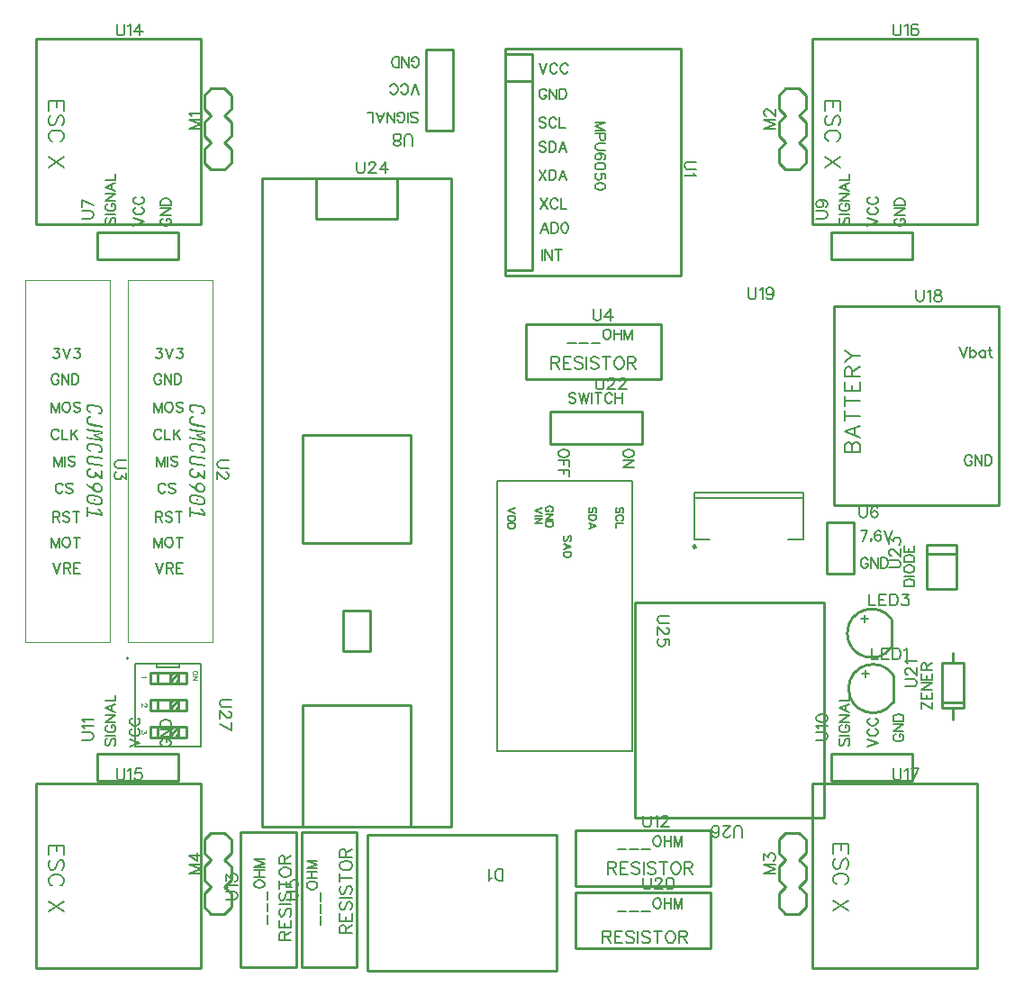
<source format=gto>
G04 Layer: TopSilkscreenLayer*
G04 EasyEDA v6.5.47, 2024-09-27 14:37:58*
G04 50ea7e365bea4ea1a0dfe67087e7319b,c4deba93543447318b7234f01b5a2252,10*
G04 Gerber Generator version 0.2*
G04 Scale: 100 percent, Rotated: No, Reflected: No *
G04 Dimensions in millimeters *
G04 leading zeros omitted , absolute positions ,4 integer and 5 decimal *
%FSLAX45Y45*%
%MOMM*%

%ADD10C,0.1524*%
%ADD11C,0.2032*%
%ADD12C,0.1000*%
%ADD13C,0.2540*%
%ADD14C,0.1999*%
%ADD15C,0.2286*%
%ADD16C,0.1520*%
%ADD17C,0.2499*%
%ADD18C,0.1600*%
%ADD19C,0.0148*%

%LPD*%
G36*
X2872740Y1914143D02*
G01*
X2855010Y1913940D01*
X2841498Y1907286D01*
X2832912Y1894789D01*
X2830068Y1877060D01*
X2832862Y1858314D01*
X2841244Y1843278D01*
X2854706Y1832559D01*
X2872740Y1826768D01*
X2872740Y1845056D01*
X2867050Y1846325D01*
X2862021Y1848357D01*
X2857550Y1851152D01*
X2853690Y1854707D01*
X2850591Y1858975D01*
X2848356Y1863750D01*
X2847035Y1868881D01*
X2846578Y1874520D01*
X2847035Y1880006D01*
X2848356Y1884730D01*
X2850591Y1888743D01*
X2853690Y1892046D01*
X2857550Y1894382D01*
X2862021Y1895805D01*
X2867050Y1896262D01*
X2872740Y1895856D01*
X2939796Y1885188D01*
X2945485Y1883918D01*
X2950514Y1881886D01*
X2954985Y1879092D01*
X2958846Y1875536D01*
X2961944Y1871268D01*
X2964180Y1866544D01*
X2965500Y1861362D01*
X2965958Y1855724D01*
X2965500Y1850288D01*
X2964180Y1845564D01*
X2961944Y1841652D01*
X2958846Y1838452D01*
X2954985Y1836013D01*
X2950514Y1834540D01*
X2945485Y1833981D01*
X2939796Y1834388D01*
X2939796Y1816100D01*
X2945942Y1815439D01*
X2951734Y1815592D01*
X2957118Y1816506D01*
X2962148Y1818132D01*
X2966720Y1820468D01*
X2970733Y1823415D01*
X2974187Y1826920D01*
X2977134Y1831086D01*
X2979470Y1835810D01*
X2981147Y1840992D01*
X2982112Y1846681D01*
X2982468Y1852930D01*
X2981756Y1862988D01*
X2979674Y1871980D01*
X2976168Y1879955D01*
X2971292Y1886966D01*
X2957830Y1897684D01*
X2939796Y1903475D01*
G37*
G36*
X2874772Y1801622D02*
G01*
X2856331Y1801418D01*
X2842260Y1794256D01*
X2833116Y1781251D01*
X2830068Y1763014D01*
X2830779Y1752600D01*
X2832963Y1743151D01*
X2836621Y1734667D01*
X2841752Y1727200D01*
X2848203Y1721002D01*
X2855874Y1716074D01*
X2864713Y1712468D01*
X2874772Y1710182D01*
X2980436Y1693164D01*
X2980436Y1711452D01*
X2874772Y1728470D01*
X2868523Y1729892D01*
X2862986Y1732127D01*
X2858109Y1735226D01*
X2853944Y1739138D01*
X2850591Y1743710D01*
X2848254Y1748739D01*
X2846781Y1754225D01*
X2846324Y1760220D01*
X2846781Y1766366D01*
X2848152Y1771599D01*
X2850489Y1775866D01*
X2853690Y1779270D01*
X2857754Y1781810D01*
X2862630Y1783334D01*
X2868320Y1783842D01*
X2874772Y1783334D01*
G37*
G36*
X2832100Y1680972D02*
G01*
X2832100Y1663192D01*
X2912110Y1650441D01*
X2931160Y1647799D01*
X2957372Y1644751D01*
X2973070Y1643634D01*
X2898394Y1632457D01*
X2898394Y1616710D01*
X2974848Y1580642D01*
X2963722Y1583385D01*
X2951226Y1585976D01*
X2912872Y1592884D01*
X2832100Y1605788D01*
X2832100Y1588262D01*
X2980436Y1564640D01*
X2980436Y1592072D01*
X2916174Y1622044D01*
X2980436Y1630680D01*
X2980436Y1657350D01*
G37*
G36*
X2872740Y1548384D02*
G01*
X2855010Y1548180D01*
X2841498Y1541526D01*
X2832912Y1529029D01*
X2830068Y1511300D01*
X2832862Y1492554D01*
X2841244Y1477518D01*
X2854706Y1466799D01*
X2872740Y1461008D01*
X2872740Y1479296D01*
X2867050Y1480566D01*
X2862021Y1482598D01*
X2857550Y1485392D01*
X2853690Y1488948D01*
X2850591Y1493215D01*
X2848356Y1497990D01*
X2847035Y1503121D01*
X2846578Y1508760D01*
X2847035Y1514246D01*
X2848356Y1518970D01*
X2850591Y1522984D01*
X2853690Y1526286D01*
X2857550Y1528622D01*
X2862021Y1530045D01*
X2867050Y1530502D01*
X2872740Y1530096D01*
X2939796Y1519428D01*
X2945485Y1518158D01*
X2950514Y1516126D01*
X2954985Y1513332D01*
X2958846Y1509776D01*
X2961944Y1505508D01*
X2964180Y1500784D01*
X2965500Y1495602D01*
X2965958Y1489964D01*
X2965500Y1484477D01*
X2964180Y1479804D01*
X2961944Y1475841D01*
X2958846Y1472692D01*
X2954985Y1470253D01*
X2950514Y1468729D01*
X2945485Y1468221D01*
X2939796Y1468628D01*
X2939796Y1450340D01*
X2945942Y1449679D01*
X2951734Y1449832D01*
X2957118Y1450695D01*
X2962148Y1452372D01*
X2966720Y1454708D01*
X2970733Y1457655D01*
X2974187Y1461160D01*
X2977134Y1465326D01*
X2979470Y1470050D01*
X2981147Y1475232D01*
X2982112Y1480972D01*
X2982468Y1487170D01*
X2981756Y1497177D01*
X2979674Y1506220D01*
X2976168Y1514195D01*
X2971292Y1521206D01*
X2957830Y1531924D01*
X2939796Y1537716D01*
G37*
G36*
X2855010Y1426972D02*
G01*
X2841498Y1420876D01*
X2832912Y1408887D01*
X2830068Y1391158D01*
X2830779Y1381150D01*
X2832912Y1372158D01*
X2836519Y1364234D01*
X2841498Y1357376D01*
X2855010Y1347114D01*
X2872740Y1341628D01*
X2980436Y1324356D01*
X2980436Y1342644D01*
X2872740Y1359916D01*
X2866948Y1361236D01*
X2861818Y1363218D01*
X2857296Y1365808D01*
X2853436Y1369060D01*
X2850337Y1372920D01*
X2848102Y1377442D01*
X2846781Y1382572D01*
X2846324Y1388364D01*
X2846781Y1394104D01*
X2848102Y1398879D01*
X2850337Y1402740D01*
X2853436Y1405636D01*
X2857296Y1407718D01*
X2861818Y1408938D01*
X2866948Y1409242D01*
X2872740Y1408684D01*
X2980436Y1391412D01*
X2980436Y1409700D01*
X2872740Y1426972D01*
G37*
G36*
X2872740Y1309116D02*
G01*
X2855010Y1308862D01*
X2841498Y1302004D01*
X2832912Y1289304D01*
X2830068Y1271524D01*
X2830779Y1261313D01*
X2832862Y1252067D01*
X2836367Y1243787D01*
X2841244Y1236472D01*
X2847390Y1230274D01*
X2854706Y1225397D01*
X2863138Y1221892D01*
X2872740Y1219708D01*
X2882900Y1217930D01*
X2899410Y1217879D01*
X2912364Y1223772D01*
X2921304Y1234694D01*
X2925318Y1250188D01*
X2963418Y1209040D01*
X2980436Y1206246D01*
X2980436Y1287780D01*
X2963672Y1290574D01*
X2963672Y1229868D01*
X2925064Y1272032D01*
X2909316Y1274572D01*
X2909316Y1258570D01*
X2908858Y1252829D01*
X2907538Y1247902D01*
X2905302Y1243736D01*
X2902204Y1240282D01*
X2898343Y1237742D01*
X2893822Y1236218D01*
X2888691Y1235710D01*
X2882900Y1236218D01*
X2872740Y1237996D01*
X2866948Y1239418D01*
X2861818Y1241552D01*
X2857296Y1244447D01*
X2853436Y1248156D01*
X2850337Y1252474D01*
X2848102Y1257300D01*
X2846781Y1262634D01*
X2846324Y1268476D01*
X2846781Y1274165D01*
X2848102Y1279144D01*
X2850337Y1283360D01*
X2853436Y1286764D01*
X2857296Y1289304D01*
X2861818Y1290828D01*
X2866948Y1291336D01*
X2872740Y1290828D01*
G37*
G36*
X2928010Y1176934D02*
G01*
X2922168Y1176782D01*
X2916580Y1175918D01*
X2911348Y1174242D01*
X2906420Y1171803D01*
X2902102Y1168755D01*
X2898292Y1165199D01*
X2895092Y1161034D01*
X2892450Y1156258D01*
X2890520Y1151077D01*
X2889351Y1145438D01*
X2888996Y1139444D01*
X2889438Y1133348D01*
X2903220Y1133348D01*
X2903778Y1139545D01*
X2905404Y1144879D01*
X2908096Y1149451D01*
X2911856Y1153160D01*
X2916631Y1156055D01*
X2922016Y1157782D01*
X2928061Y1158443D01*
X2934716Y1157986D01*
X2947416Y1153871D01*
X2957576Y1146048D01*
X2964027Y1135481D01*
X2966212Y1123188D01*
X2965653Y1116990D01*
X2964027Y1111605D01*
X2961335Y1107084D01*
X2957576Y1103376D01*
X2952800Y1100531D01*
X2947416Y1098804D01*
X2941370Y1098245D01*
X2934716Y1098804D01*
X2922016Y1102715D01*
X2911856Y1110488D01*
X2905404Y1121003D01*
X2903220Y1133348D01*
X2889438Y1133348D01*
X2890774Y1127709D01*
X2893009Y1123086D01*
X2896108Y1119378D01*
X2895600Y1118870D01*
X2832100Y1165606D01*
X2832100Y1144524D01*
X2893568Y1100582D01*
X2904540Y1093165D01*
X2915158Y1087120D01*
X2920238Y1084580D01*
X2925267Y1082598D01*
X2930245Y1081176D01*
X2935224Y1080262D01*
X2948381Y1079652D01*
X2959862Y1082294D01*
X2964891Y1084783D01*
X2969310Y1088034D01*
X2973171Y1091895D01*
X2976372Y1096518D01*
X2980944Y1107592D01*
X2982468Y1120902D01*
X2980994Y1134668D01*
X2976626Y1147064D01*
X2969514Y1157732D01*
X2959862Y1166368D01*
X2948127Y1172667D01*
X2934208Y1176274D01*
G37*
G36*
X2873756Y1063244D02*
G01*
X2855925Y1062990D01*
X2842006Y1056132D01*
X2833065Y1043381D01*
X2830068Y1025398D01*
X2830261Y1022603D01*
X2845816Y1022603D01*
X2846273Y1028344D01*
X2847695Y1033322D01*
X2850083Y1037590D01*
X2853436Y1041146D01*
X2857652Y1043686D01*
X2862427Y1045260D01*
X2867812Y1045870D01*
X2873756Y1045464D01*
X2938780Y1035050D01*
X2944723Y1033627D01*
X2950057Y1031392D01*
X2954883Y1028293D01*
X2959100Y1024382D01*
X2962452Y1019860D01*
X2964840Y1014831D01*
X2966262Y1009446D01*
X2966720Y1003553D01*
X2966262Y997864D01*
X2964840Y992886D01*
X2962452Y988720D01*
X2959100Y985266D01*
X2954883Y982624D01*
X2950057Y980998D01*
X2944723Y980440D01*
X2938780Y980948D01*
X2873756Y991362D01*
X2867812Y992682D01*
X2862427Y994867D01*
X2857652Y997864D01*
X2853436Y1001776D01*
X2850083Y1006297D01*
X2847695Y1011326D01*
X2846273Y1016711D01*
X2845816Y1022603D01*
X2830261Y1022603D01*
X2830779Y1015136D01*
X2832912Y1005840D01*
X2836519Y997610D01*
X2841498Y990346D01*
X2847797Y984250D01*
X2855264Y979474D01*
X2863951Y976020D01*
X2873756Y973836D01*
X2938780Y963421D01*
X2956610Y963472D01*
X2970530Y970280D01*
X2979470Y983234D01*
X2982468Y1001268D01*
X2981756Y1011428D01*
X2979623Y1020571D01*
X2976016Y1028700D01*
X2971038Y1035812D01*
X2964738Y1041908D01*
X2957271Y1046784D01*
X2948584Y1050442D01*
X2938780Y1052830D01*
G37*
G36*
X2904134Y1025550D02*
G01*
X2901797Y1025245D01*
X2899816Y1024534D01*
X2898140Y1023366D01*
X2896819Y1021791D01*
X2895854Y1019860D01*
X2895295Y1017625D01*
X2895092Y1014984D01*
X2895295Y1012291D01*
X2895854Y1009853D01*
X2896819Y1007618D01*
X2898140Y1005586D01*
X2899816Y1003858D01*
X2901848Y1002537D01*
X2904134Y1001572D01*
X2906776Y1001014D01*
X2909417Y1000760D01*
X2911703Y1000963D01*
X2913735Y1001623D01*
X2915412Y1002792D01*
X2916631Y1004468D01*
X2917494Y1006500D01*
X2918053Y1008786D01*
X2918206Y1011428D01*
X2918053Y1014018D01*
X2917494Y1016355D01*
X2916631Y1018590D01*
X2915412Y1020571D01*
X2913735Y1022299D01*
X2911703Y1023670D01*
X2909417Y1024737D01*
X2906776Y1025398D01*
G37*
G36*
X2832100Y945642D02*
G01*
X2832100Y854202D01*
X2848864Y851662D01*
X2848864Y884428D01*
X2980436Y863600D01*
X2980436Y888492D01*
X2955544Y926084D01*
X2933954Y929386D01*
X2963926Y884428D01*
X2848864Y902716D01*
X2848864Y943102D01*
G37*
G36*
X1907539Y1914143D02*
G01*
X1889810Y1913940D01*
X1876298Y1907286D01*
X1867712Y1894789D01*
X1864868Y1877060D01*
X1867662Y1858314D01*
X1876043Y1843278D01*
X1889506Y1832559D01*
X1907539Y1826768D01*
X1907539Y1845056D01*
X1901850Y1846325D01*
X1896821Y1848357D01*
X1892350Y1851152D01*
X1888489Y1854707D01*
X1885391Y1858975D01*
X1883156Y1863750D01*
X1881835Y1868881D01*
X1881378Y1874520D01*
X1881835Y1880006D01*
X1883156Y1884730D01*
X1885391Y1888743D01*
X1888489Y1892046D01*
X1892350Y1894382D01*
X1896821Y1895805D01*
X1901850Y1896262D01*
X1907539Y1895856D01*
X1974596Y1885188D01*
X1980285Y1883918D01*
X1985314Y1881886D01*
X1989785Y1879092D01*
X1993646Y1875536D01*
X1996744Y1871268D01*
X1998980Y1866544D01*
X2000300Y1861362D01*
X2000757Y1855724D01*
X2000300Y1850288D01*
X1998980Y1845564D01*
X1996744Y1841652D01*
X1993646Y1838452D01*
X1989785Y1836013D01*
X1985314Y1834540D01*
X1980285Y1833981D01*
X1974596Y1834388D01*
X1974596Y1816100D01*
X1980742Y1815439D01*
X1986534Y1815592D01*
X1991918Y1816506D01*
X1996948Y1818132D01*
X2001520Y1820468D01*
X2005533Y1823415D01*
X2008987Y1826920D01*
X2011934Y1831086D01*
X2014270Y1835810D01*
X2015947Y1840992D01*
X2016912Y1846681D01*
X2017268Y1852930D01*
X2016556Y1862988D01*
X2014474Y1871980D01*
X2010968Y1879955D01*
X2006092Y1886966D01*
X1992630Y1897684D01*
X1974596Y1903475D01*
G37*
G36*
X1909572Y1801622D02*
G01*
X1891131Y1801418D01*
X1877060Y1794256D01*
X1867916Y1781251D01*
X1864868Y1763014D01*
X1865579Y1752600D01*
X1867814Y1743151D01*
X1871421Y1734667D01*
X1876552Y1727200D01*
X1883003Y1721002D01*
X1890674Y1716074D01*
X1899513Y1712468D01*
X1909572Y1710182D01*
X2015236Y1693164D01*
X2015236Y1711452D01*
X1909572Y1728470D01*
X1903323Y1729892D01*
X1897786Y1732127D01*
X1892909Y1735226D01*
X1888743Y1739138D01*
X1885391Y1743710D01*
X1883054Y1748739D01*
X1881581Y1754225D01*
X1881124Y1760220D01*
X1881581Y1766366D01*
X1882952Y1771599D01*
X1885289Y1775866D01*
X1888489Y1779270D01*
X1892554Y1781810D01*
X1897430Y1783334D01*
X1903120Y1783842D01*
X1909572Y1783334D01*
G37*
G36*
X1866900Y1680972D02*
G01*
X1866900Y1663192D01*
X1946910Y1650441D01*
X1965960Y1647799D01*
X1992172Y1644751D01*
X2007870Y1643634D01*
X1933193Y1632457D01*
X1933193Y1616710D01*
X2009648Y1580642D01*
X1998522Y1583385D01*
X1986025Y1585976D01*
X1947672Y1592884D01*
X1866900Y1605788D01*
X1866900Y1588262D01*
X2015236Y1564640D01*
X2015236Y1592072D01*
X1950974Y1622044D01*
X2015236Y1630680D01*
X2015236Y1657350D01*
G37*
G36*
X1907539Y1548384D02*
G01*
X1889810Y1548180D01*
X1876298Y1541526D01*
X1867712Y1529029D01*
X1864868Y1511300D01*
X1867662Y1492554D01*
X1876043Y1477518D01*
X1889506Y1466799D01*
X1907539Y1461008D01*
X1907539Y1479296D01*
X1901850Y1480566D01*
X1896821Y1482598D01*
X1892350Y1485392D01*
X1888489Y1488948D01*
X1885391Y1493215D01*
X1883156Y1497990D01*
X1881835Y1503121D01*
X1881378Y1508760D01*
X1881835Y1514246D01*
X1883156Y1518970D01*
X1885391Y1522984D01*
X1888489Y1526286D01*
X1892350Y1528622D01*
X1896821Y1530045D01*
X1901850Y1530502D01*
X1907539Y1530096D01*
X1974596Y1519428D01*
X1980285Y1518158D01*
X1985314Y1516126D01*
X1989785Y1513332D01*
X1993646Y1509776D01*
X1996744Y1505508D01*
X1998980Y1500784D01*
X2000300Y1495602D01*
X2000757Y1489964D01*
X2000300Y1484477D01*
X1998980Y1479804D01*
X1996744Y1475841D01*
X1993646Y1472692D01*
X1989785Y1470253D01*
X1985314Y1468729D01*
X1980285Y1468221D01*
X1974596Y1468628D01*
X1974596Y1450340D01*
X1980742Y1449679D01*
X1986534Y1449832D01*
X1991918Y1450695D01*
X1996948Y1452372D01*
X2001520Y1454708D01*
X2005533Y1457655D01*
X2008987Y1461160D01*
X2011934Y1465326D01*
X2014270Y1470050D01*
X2015947Y1475232D01*
X2016912Y1480972D01*
X2017268Y1487170D01*
X2016556Y1497177D01*
X2014474Y1506220D01*
X2010968Y1514195D01*
X2006092Y1521206D01*
X1992630Y1531924D01*
X1974596Y1537716D01*
G37*
G36*
X1889810Y1426972D02*
G01*
X1876298Y1420876D01*
X1867712Y1408887D01*
X1864868Y1391158D01*
X1865579Y1381150D01*
X1867712Y1372158D01*
X1871319Y1364234D01*
X1876298Y1357376D01*
X1889810Y1347114D01*
X1907539Y1341628D01*
X2015236Y1324356D01*
X2015236Y1342644D01*
X1907539Y1359916D01*
X1901748Y1361236D01*
X1896618Y1363218D01*
X1892096Y1365808D01*
X1888236Y1369060D01*
X1885137Y1372920D01*
X1882902Y1377442D01*
X1881581Y1382572D01*
X1881124Y1388364D01*
X1881581Y1394104D01*
X1882902Y1398879D01*
X1885137Y1402740D01*
X1888236Y1405636D01*
X1892096Y1407718D01*
X1896618Y1408938D01*
X1901748Y1409242D01*
X1907539Y1408684D01*
X2015236Y1391412D01*
X2015236Y1409700D01*
X1907539Y1426972D01*
G37*
G36*
X1907539Y1309116D02*
G01*
X1889810Y1308862D01*
X1876298Y1302004D01*
X1867712Y1289304D01*
X1864868Y1271524D01*
X1865579Y1261313D01*
X1867662Y1252067D01*
X1871167Y1243787D01*
X1876043Y1236472D01*
X1882190Y1230274D01*
X1889506Y1225397D01*
X1897938Y1221892D01*
X1907539Y1219708D01*
X1917700Y1217930D01*
X1934210Y1217879D01*
X1947164Y1223772D01*
X1956104Y1234694D01*
X1960118Y1250188D01*
X1998218Y1209040D01*
X2015236Y1206246D01*
X2015236Y1287780D01*
X1998472Y1290574D01*
X1998472Y1229868D01*
X1959864Y1272032D01*
X1944116Y1274572D01*
X1944116Y1258570D01*
X1943658Y1252829D01*
X1942338Y1247902D01*
X1940102Y1243736D01*
X1937004Y1240282D01*
X1933143Y1237742D01*
X1928622Y1236218D01*
X1923491Y1235710D01*
X1917700Y1236218D01*
X1907539Y1237996D01*
X1901748Y1239418D01*
X1896618Y1241552D01*
X1892096Y1244447D01*
X1888236Y1248156D01*
X1885137Y1252474D01*
X1882902Y1257300D01*
X1881581Y1262634D01*
X1881124Y1268476D01*
X1881581Y1274165D01*
X1882902Y1279144D01*
X1885137Y1283360D01*
X1888236Y1286764D01*
X1892096Y1289304D01*
X1896618Y1290828D01*
X1901748Y1291336D01*
X1907539Y1290828D01*
G37*
G36*
X1962810Y1176934D02*
G01*
X1956968Y1176782D01*
X1951380Y1175918D01*
X1946148Y1174242D01*
X1941220Y1171803D01*
X1936902Y1168755D01*
X1933092Y1165199D01*
X1929892Y1161034D01*
X1927250Y1156258D01*
X1925320Y1151077D01*
X1924151Y1145438D01*
X1923796Y1139444D01*
X1924238Y1133348D01*
X1938020Y1133348D01*
X1938578Y1139545D01*
X1940204Y1144879D01*
X1942896Y1149451D01*
X1946656Y1153160D01*
X1951431Y1156055D01*
X1956816Y1157782D01*
X1962861Y1158443D01*
X1969516Y1157986D01*
X1982216Y1153871D01*
X1992375Y1146048D01*
X1998827Y1135481D01*
X2001012Y1123188D01*
X2000453Y1116990D01*
X1998827Y1111605D01*
X1996135Y1107084D01*
X1992375Y1103376D01*
X1987600Y1100531D01*
X1982216Y1098804D01*
X1976170Y1098245D01*
X1969516Y1098804D01*
X1956816Y1102715D01*
X1946656Y1110488D01*
X1940204Y1121003D01*
X1938020Y1133348D01*
X1924238Y1133348D01*
X1925574Y1127709D01*
X1927809Y1123086D01*
X1930907Y1119378D01*
X1930400Y1118870D01*
X1866900Y1165606D01*
X1866900Y1144524D01*
X1928368Y1100582D01*
X1939340Y1093165D01*
X1949957Y1087120D01*
X1955038Y1084580D01*
X1960067Y1082598D01*
X1965045Y1081176D01*
X1970024Y1080262D01*
X1983181Y1079652D01*
X1994662Y1082294D01*
X1999691Y1084783D01*
X2004110Y1088034D01*
X2007971Y1091895D01*
X2011172Y1096518D01*
X2015743Y1107592D01*
X2017268Y1120902D01*
X2015794Y1134668D01*
X2011425Y1147064D01*
X2004314Y1157732D01*
X1994662Y1166368D01*
X1982927Y1172667D01*
X1969007Y1176274D01*
G37*
G36*
X1908556Y1063244D02*
G01*
X1890725Y1062990D01*
X1876806Y1056132D01*
X1867865Y1043381D01*
X1864868Y1025398D01*
X1865061Y1022603D01*
X1880616Y1022603D01*
X1881073Y1028344D01*
X1882495Y1033322D01*
X1884883Y1037590D01*
X1888236Y1041146D01*
X1892452Y1043686D01*
X1897278Y1045260D01*
X1902612Y1045870D01*
X1908556Y1045464D01*
X1973580Y1035050D01*
X1979523Y1033627D01*
X1984857Y1031392D01*
X1989683Y1028293D01*
X1993900Y1024382D01*
X1997252Y1019860D01*
X1999640Y1014831D01*
X2001062Y1009446D01*
X2001520Y1003553D01*
X2001062Y997864D01*
X1999640Y992886D01*
X1997252Y988720D01*
X1993900Y985266D01*
X1989683Y982624D01*
X1984857Y980998D01*
X1979523Y980440D01*
X1973580Y980948D01*
X1908556Y991362D01*
X1902612Y992682D01*
X1897227Y994867D01*
X1892452Y997864D01*
X1888236Y1001776D01*
X1884883Y1006297D01*
X1882495Y1011326D01*
X1881073Y1016711D01*
X1880616Y1022603D01*
X1865061Y1022603D01*
X1865579Y1015136D01*
X1867712Y1005840D01*
X1871319Y997610D01*
X1876298Y990346D01*
X1882597Y984250D01*
X1890064Y979474D01*
X1898751Y976020D01*
X1908556Y973836D01*
X1973580Y963421D01*
X1991410Y963472D01*
X2005330Y970280D01*
X2014270Y983234D01*
X2017268Y1001268D01*
X2016556Y1011428D01*
X2014423Y1020571D01*
X2010816Y1028700D01*
X2005838Y1035812D01*
X1999538Y1041908D01*
X1992071Y1046784D01*
X1983384Y1050442D01*
X1973580Y1052830D01*
G37*
G36*
X1938934Y1025550D02*
G01*
X1936597Y1025245D01*
X1934616Y1024534D01*
X1932939Y1023366D01*
X1931619Y1021791D01*
X1930654Y1019860D01*
X1930095Y1017625D01*
X1929892Y1014984D01*
X1930095Y1012291D01*
X1930654Y1009853D01*
X1931619Y1007618D01*
X1932939Y1005586D01*
X1934616Y1003858D01*
X1936648Y1002537D01*
X1938934Y1001572D01*
X1941575Y1001014D01*
X1944217Y1000760D01*
X1946503Y1000963D01*
X1948535Y1001623D01*
X1950212Y1002792D01*
X1951431Y1004468D01*
X1952294Y1006500D01*
X1952853Y1008786D01*
X1953006Y1011428D01*
X1952853Y1014018D01*
X1952294Y1016355D01*
X1951431Y1018590D01*
X1950212Y1020571D01*
X1948535Y1022299D01*
X1946503Y1023670D01*
X1944217Y1024737D01*
X1941575Y1025398D01*
G37*
G36*
X1866900Y945642D02*
G01*
X1866900Y854202D01*
X1883664Y851662D01*
X1883664Y884428D01*
X2015236Y863600D01*
X2015236Y888492D01*
X1990343Y926084D01*
X1968754Y929386D01*
X1998725Y884428D01*
X1883664Y902716D01*
X1883664Y943102D01*
G37*
D10*
X7595615Y4191000D02*
G01*
X7517638Y4191000D01*
X7502143Y4185920D01*
X7491729Y4175505D01*
X7486650Y4159757D01*
X7486650Y4149344D01*
X7491729Y4133850D01*
X7502143Y4123436D01*
X7517638Y4118355D01*
X7595615Y4118355D01*
X7574788Y4084065D02*
G01*
X7580122Y4073652D01*
X7595615Y4057904D01*
X7486650Y4057904D01*
D11*
X6121400Y5117337D02*
G01*
X6157722Y5021834D01*
X6194043Y5117337D02*
G01*
X6157722Y5021834D01*
X6292341Y5094731D02*
G01*
X6287770Y5103876D01*
X6278625Y5112765D01*
X6269481Y5117337D01*
X6251447Y5117337D01*
X6242304Y5112765D01*
X6233159Y5103876D01*
X6228588Y5094731D01*
X6224015Y5081015D01*
X6224015Y5058410D01*
X6228588Y5044694D01*
X6233159Y5035550D01*
X6242304Y5026405D01*
X6251447Y5021834D01*
X6269481Y5021834D01*
X6278625Y5026405D01*
X6287770Y5035550D01*
X6292341Y5044694D01*
X6390386Y5094731D02*
G01*
X6386068Y5103876D01*
X6376924Y5112765D01*
X6367779Y5117337D01*
X6349491Y5117337D01*
X6340602Y5112765D01*
X6331458Y5103876D01*
X6326886Y5094731D01*
X6322313Y5081015D01*
X6322313Y5058410D01*
X6326886Y5044694D01*
X6331458Y5035550D01*
X6340602Y5026405D01*
X6349491Y5021834D01*
X6367779Y5021834D01*
X6376924Y5026405D01*
X6386068Y5035550D01*
X6390386Y5044694D01*
X6189472Y4853431D02*
G01*
X6185154Y4862576D01*
X6176009Y4871465D01*
X6166865Y4876037D01*
X6148577Y4876037D01*
X6139688Y4871465D01*
X6130543Y4862576D01*
X6125972Y4853431D01*
X6121400Y4839715D01*
X6121400Y4817110D01*
X6125972Y4803394D01*
X6130543Y4794250D01*
X6139688Y4785105D01*
X6148577Y4780534D01*
X6166865Y4780534D01*
X6176009Y4785105D01*
X6185154Y4794250D01*
X6189472Y4803394D01*
X6189472Y4817110D01*
X6166865Y4817110D02*
G01*
X6189472Y4817110D01*
X6219697Y4876037D02*
G01*
X6219697Y4780534D01*
X6219697Y4876037D02*
G01*
X6283197Y4780534D01*
X6283197Y4876037D02*
G01*
X6283197Y4780534D01*
X6313170Y4876037D02*
G01*
X6313170Y4780534D01*
X6313170Y4876037D02*
G01*
X6344920Y4876037D01*
X6358636Y4871465D01*
X6367779Y4862576D01*
X6372352Y4853431D01*
X6376924Y4839715D01*
X6376924Y4817110D01*
X6372352Y4803394D01*
X6367779Y4794250D01*
X6358636Y4785105D01*
X6344920Y4780534D01*
X6313170Y4780534D01*
X6185154Y4595876D02*
G01*
X6176009Y4604765D01*
X6162293Y4609337D01*
X6144006Y4609337D01*
X6130543Y4604765D01*
X6121400Y4595876D01*
X6121400Y4586731D01*
X6125972Y4577587D01*
X6130543Y4573015D01*
X6139688Y4568444D01*
X6166865Y4559300D01*
X6176009Y4554981D01*
X6180581Y4550410D01*
X6185154Y4541265D01*
X6185154Y4527550D01*
X6176009Y4518405D01*
X6162293Y4513834D01*
X6144006Y4513834D01*
X6130543Y4518405D01*
X6121400Y4527550D01*
X6283197Y4586731D02*
G01*
X6278625Y4595876D01*
X6269481Y4604765D01*
X6260591Y4609337D01*
X6242304Y4609337D01*
X6233159Y4604765D01*
X6224015Y4595876D01*
X6219697Y4586731D01*
X6215125Y4573015D01*
X6215125Y4550410D01*
X6219697Y4536694D01*
X6224015Y4527550D01*
X6233159Y4518405D01*
X6242304Y4513834D01*
X6260591Y4513834D01*
X6269481Y4518405D01*
X6278625Y4527550D01*
X6283197Y4536694D01*
X6313170Y4609337D02*
G01*
X6313170Y4513834D01*
X6313170Y4513834D02*
G01*
X6367779Y4513834D01*
X6185154Y4367276D02*
G01*
X6176009Y4376165D01*
X6162293Y4380737D01*
X6144006Y4380737D01*
X6130543Y4376165D01*
X6121400Y4367276D01*
X6121400Y4358131D01*
X6125972Y4348987D01*
X6130543Y4344415D01*
X6139688Y4339844D01*
X6166865Y4330700D01*
X6176009Y4326381D01*
X6180581Y4321810D01*
X6185154Y4312665D01*
X6185154Y4298950D01*
X6176009Y4289805D01*
X6162293Y4285234D01*
X6144006Y4285234D01*
X6130543Y4289805D01*
X6121400Y4298950D01*
X6215125Y4380737D02*
G01*
X6215125Y4285234D01*
X6215125Y4380737D02*
G01*
X6246875Y4380737D01*
X6260591Y4376165D01*
X6269481Y4367276D01*
X6274054Y4358131D01*
X6278625Y4344415D01*
X6278625Y4321810D01*
X6274054Y4308094D01*
X6269481Y4298950D01*
X6260591Y4289805D01*
X6246875Y4285234D01*
X6215125Y4285234D01*
X6344920Y4380737D02*
G01*
X6308597Y4285234D01*
X6344920Y4380737D02*
G01*
X6381495Y4285234D01*
X6322313Y4317237D02*
G01*
X6367779Y4317237D01*
X6121400Y4114037D02*
G01*
X6185154Y4018534D01*
X6185154Y4114037D02*
G01*
X6121400Y4018534D01*
X6215125Y4114037D02*
G01*
X6215125Y4018534D01*
X6215125Y4114037D02*
G01*
X6246875Y4114037D01*
X6260591Y4109465D01*
X6269481Y4100576D01*
X6274054Y4091431D01*
X6278625Y4077715D01*
X6278625Y4055110D01*
X6274054Y4041394D01*
X6269481Y4032250D01*
X6260591Y4023105D01*
X6246875Y4018534D01*
X6215125Y4018534D01*
X6344920Y4114037D02*
G01*
X6308597Y4018534D01*
X6344920Y4114037D02*
G01*
X6381495Y4018534D01*
X6322313Y4050537D02*
G01*
X6367779Y4050537D01*
X6134100Y3847337D02*
G01*
X6197854Y3751834D01*
X6197854Y3847337D02*
G01*
X6134100Y3751834D01*
X6295897Y3824731D02*
G01*
X6291325Y3833876D01*
X6282181Y3842765D01*
X6273291Y3847337D01*
X6255004Y3847337D01*
X6245859Y3842765D01*
X6236715Y3833876D01*
X6232397Y3824731D01*
X6227825Y3811015D01*
X6227825Y3788410D01*
X6232397Y3774694D01*
X6236715Y3765550D01*
X6245859Y3756405D01*
X6255004Y3751834D01*
X6273291Y3751834D01*
X6282181Y3756405D01*
X6291325Y3765550D01*
X6295897Y3774694D01*
X6325870Y3847337D02*
G01*
X6325870Y3751834D01*
X6325870Y3751834D02*
G01*
X6380479Y3751834D01*
X6170422Y3618737D02*
G01*
X6134100Y3523234D01*
X6170422Y3618737D02*
G01*
X6206743Y3523234D01*
X6147815Y3555237D02*
G01*
X6193281Y3555237D01*
X6236715Y3618737D02*
G01*
X6236715Y3523234D01*
X6236715Y3618737D02*
G01*
X6268720Y3618737D01*
X6282181Y3614165D01*
X6291325Y3605276D01*
X6295897Y3596131D01*
X6300470Y3582415D01*
X6300470Y3559810D01*
X6295897Y3546094D01*
X6291325Y3536950D01*
X6282181Y3527805D01*
X6268720Y3523234D01*
X6236715Y3523234D01*
X6357620Y3618737D02*
G01*
X6344158Y3614165D01*
X6335013Y3600704D01*
X6330441Y3577844D01*
X6330441Y3564381D01*
X6335013Y3541521D01*
X6344158Y3527805D01*
X6357620Y3523234D01*
X6366763Y3523234D01*
X6380479Y3527805D01*
X6389624Y3541521D01*
X6394195Y3564381D01*
X6394195Y3577844D01*
X6389624Y3600704D01*
X6380479Y3614165D01*
X6366763Y3618737D01*
X6357620Y3618737D01*
X6146800Y3364737D02*
G01*
X6146800Y3269234D01*
X6176772Y3364737D02*
G01*
X6176772Y3269234D01*
X6176772Y3364737D02*
G01*
X6240525Y3269234D01*
X6240525Y3364737D02*
G01*
X6240525Y3269234D01*
X6302247Y3364737D02*
G01*
X6302247Y3269234D01*
X6270497Y3364737D02*
G01*
X6333997Y3364737D01*
X6742938Y4559300D02*
G01*
X6647434Y4559300D01*
X6742938Y4559300D02*
G01*
X6647434Y4522978D01*
X6742938Y4486655D02*
G01*
X6647434Y4522978D01*
X6742938Y4486655D02*
G01*
X6647434Y4486655D01*
X6742938Y4456684D02*
G01*
X6647434Y4456684D01*
X6742938Y4456684D02*
G01*
X6742938Y4415789D01*
X6738365Y4402073D01*
X6733793Y4397502D01*
X6724904Y4392929D01*
X6711188Y4392929D01*
X6702043Y4397502D01*
X6697472Y4402073D01*
X6692900Y4415789D01*
X6692900Y4456684D01*
X6742938Y4362957D02*
G01*
X6674865Y4362957D01*
X6661150Y4358386D01*
X6652006Y4349242D01*
X6647434Y4335779D01*
X6647434Y4326636D01*
X6652006Y4312920D01*
X6661150Y4303776D01*
X6674865Y4299204D01*
X6742938Y4299204D01*
X6729475Y4214876D02*
G01*
X6738365Y4219194D01*
X6742938Y4232910D01*
X6742938Y4242054D01*
X6738365Y4255770D01*
X6724904Y4264660D01*
X6702043Y4269231D01*
X6679438Y4269231D01*
X6661150Y4264660D01*
X6652006Y4255770D01*
X6647434Y4242054D01*
X6647434Y4237481D01*
X6652006Y4223765D01*
X6661150Y4214876D01*
X6674865Y4210304D01*
X6679438Y4210304D01*
X6692900Y4214876D01*
X6702043Y4223765D01*
X6706615Y4237481D01*
X6706615Y4242054D01*
X6702043Y4255770D01*
X6692900Y4264660D01*
X6679438Y4269231D01*
X6742938Y4152900D02*
G01*
X6738365Y4166615D01*
X6724904Y4175760D01*
X6702043Y4180331D01*
X6688581Y4180331D01*
X6665722Y4175760D01*
X6652006Y4166615D01*
X6647434Y4152900D01*
X6647434Y4143755D01*
X6652006Y4130294D01*
X6665722Y4121150D01*
X6688581Y4116578D01*
X6702043Y4116578D01*
X6724904Y4121150D01*
X6738365Y4130294D01*
X6742938Y4143755D01*
X6742938Y4152900D01*
X6742938Y4031995D02*
G01*
X6742938Y4077462D01*
X6702043Y4082034D01*
X6706615Y4077462D01*
X6711188Y4063745D01*
X6711188Y4050284D01*
X6706615Y4036568D01*
X6697472Y4027423D01*
X6684009Y4022852D01*
X6674865Y4022852D01*
X6661150Y4027423D01*
X6652006Y4036568D01*
X6647434Y4050284D01*
X6647434Y4063745D01*
X6652006Y4077462D01*
X6656577Y4082034D01*
X6665722Y4086605D01*
X6742938Y3965702D02*
G01*
X6738365Y3979418D01*
X6724904Y3988307D01*
X6702043Y3992879D01*
X6688581Y3992879D01*
X6665722Y3988307D01*
X6652006Y3979418D01*
X6647434Y3965702D01*
X6647434Y3956557D01*
X6652006Y3942842D01*
X6665722Y3933952D01*
X6688581Y3929379D01*
X6702043Y3929379D01*
X6724904Y3933952D01*
X6738365Y3942842D01*
X6742938Y3956557D01*
X6742938Y3965702D01*
D10*
X6629400Y2807715D02*
G01*
X6629400Y2729737D01*
X6634479Y2714244D01*
X6644893Y2703829D01*
X6660641Y2698750D01*
X6671056Y2698750D01*
X6686550Y2703829D01*
X6696963Y2714244D01*
X6702043Y2729737D01*
X6702043Y2807715D01*
X6788404Y2807715D02*
G01*
X6736334Y2735071D01*
X6814311Y2735071D01*
X6788404Y2807715D02*
G01*
X6788404Y2698750D01*
D11*
X6235700Y2356357D02*
G01*
X6235700Y2241804D01*
X6235700Y2356357D02*
G01*
X6284722Y2356357D01*
X6301231Y2350770D01*
X6306565Y2345436D01*
X6312154Y2334513D01*
X6312154Y2323592D01*
X6306565Y2312670D01*
X6301231Y2307081D01*
X6284722Y2301747D01*
X6235700Y2301747D01*
X6273800Y2301747D02*
G01*
X6312154Y2241804D01*
X6347968Y2356357D02*
G01*
X6347968Y2241804D01*
X6347968Y2356357D02*
G01*
X6419088Y2356357D01*
X6347968Y2301747D02*
G01*
X6391656Y2301747D01*
X6347968Y2241804D02*
G01*
X6419088Y2241804D01*
X6531356Y2339847D02*
G01*
X6520434Y2350770D01*
X6504177Y2356357D01*
X6482334Y2356357D01*
X6465824Y2350770D01*
X6454902Y2339847D01*
X6454902Y2328926D01*
X6460490Y2318004D01*
X6465824Y2312670D01*
X6476745Y2307081D01*
X6509511Y2296413D01*
X6520434Y2290826D01*
X6525768Y2285492D01*
X6531356Y2274570D01*
X6531356Y2258060D01*
X6520434Y2247137D01*
X6504177Y2241804D01*
X6482334Y2241804D01*
X6465824Y2247137D01*
X6454902Y2258060D01*
X6567424Y2356357D02*
G01*
X6567424Y2241804D01*
X6679691Y2339847D02*
G01*
X6668770Y2350770D01*
X6652513Y2356357D01*
X6630670Y2356357D01*
X6614159Y2350770D01*
X6603238Y2339847D01*
X6603238Y2328926D01*
X6608825Y2318004D01*
X6614159Y2312670D01*
X6625081Y2307081D01*
X6657847Y2296413D01*
X6668770Y2290826D01*
X6674358Y2285492D01*
X6679691Y2274570D01*
X6679691Y2258060D01*
X6668770Y2247137D01*
X6652513Y2241804D01*
X6630670Y2241804D01*
X6614159Y2247137D01*
X6603238Y2258060D01*
X6753859Y2356357D02*
G01*
X6753859Y2241804D01*
X6715759Y2356357D02*
G01*
X6791959Y2356357D01*
X6860793Y2356357D02*
G01*
X6849872Y2350770D01*
X6838950Y2339847D01*
X6833615Y2328926D01*
X6828027Y2312670D01*
X6828027Y2285492D01*
X6833615Y2268981D01*
X6838950Y2258060D01*
X6849872Y2247137D01*
X6860793Y2241804D01*
X6882638Y2241804D01*
X6893559Y2247137D01*
X6904481Y2258060D01*
X6909815Y2268981D01*
X6915404Y2285492D01*
X6915404Y2312670D01*
X6909815Y2328926D01*
X6904481Y2339847D01*
X6893559Y2350770D01*
X6882638Y2356357D01*
X6860793Y2356357D01*
X6951218Y2356357D02*
G01*
X6951218Y2241804D01*
X6951218Y2356357D02*
G01*
X7000493Y2356357D01*
X7016750Y2350770D01*
X7022338Y2345436D01*
X7027672Y2334513D01*
X7027672Y2323592D01*
X7022338Y2312670D01*
X7016750Y2307081D01*
X7000493Y2301747D01*
X6951218Y2301747D01*
X6989572Y2301747D02*
G01*
X7027672Y2241804D01*
X6388100Y2488184D02*
G01*
X6469888Y2488184D01*
X6499859Y2488184D02*
G01*
X6581647Y2488184D01*
X6611620Y2488184D02*
G01*
X6693661Y2488184D01*
X6750811Y2615437D02*
G01*
X6741668Y2610865D01*
X6732524Y2601976D01*
X6728206Y2592831D01*
X6723634Y2579115D01*
X6723634Y2556510D01*
X6728206Y2542794D01*
X6732524Y2533650D01*
X6741668Y2524505D01*
X6750811Y2519934D01*
X6769100Y2519934D01*
X6777990Y2524505D01*
X6787134Y2533650D01*
X6791706Y2542794D01*
X6796277Y2556510D01*
X6796277Y2579115D01*
X6791706Y2592831D01*
X6787134Y2601976D01*
X6777990Y2610865D01*
X6769100Y2615437D01*
X6750811Y2615437D01*
X6826250Y2615437D02*
G01*
X6826250Y2519934D01*
X6890004Y2615437D02*
G01*
X6890004Y2519934D01*
X6826250Y2569971D02*
G01*
X6890004Y2569971D01*
X6919975Y2615437D02*
G01*
X6919975Y2519934D01*
X6919975Y2615437D02*
G01*
X6956297Y2519934D01*
X6992620Y2615437D02*
G01*
X6956297Y2519934D01*
X6992620Y2615437D02*
G01*
X6992620Y2519934D01*
D10*
X9245600Y-379984D02*
G01*
X9245600Y-488950D01*
X9245600Y-488950D02*
G01*
X9307829Y-488950D01*
X9342120Y-379984D02*
G01*
X9342120Y-488950D01*
X9342120Y-379984D02*
G01*
X9409684Y-379984D01*
X9342120Y-431800D02*
G01*
X9383775Y-431800D01*
X9342120Y-488950D02*
G01*
X9409684Y-488950D01*
X9443974Y-379984D02*
G01*
X9443974Y-488950D01*
X9443974Y-379984D02*
G01*
X9480550Y-379984D01*
X9496043Y-385063D01*
X9506458Y-395478D01*
X9511538Y-405892D01*
X9516872Y-421639D01*
X9516872Y-447547D01*
X9511538Y-463042D01*
X9506458Y-473455D01*
X9496043Y-483870D01*
X9480550Y-488950D01*
X9443974Y-488950D01*
X9551161Y-400812D02*
G01*
X9561575Y-395478D01*
X9577070Y-379984D01*
X9577070Y-488950D01*
D11*
X9189465Y-590550D02*
G01*
X9189465Y-656081D01*
X9156700Y-623315D02*
G01*
X9222231Y-623315D01*
D10*
X9220200Y128015D02*
G01*
X9220200Y19050D01*
X9220200Y19050D02*
G01*
X9282429Y19050D01*
X9316720Y128015D02*
G01*
X9316720Y19050D01*
X9316720Y128015D02*
G01*
X9384284Y128015D01*
X9316720Y76200D02*
G01*
X9358375Y76200D01*
X9316720Y19050D02*
G01*
X9384284Y19050D01*
X9418574Y128015D02*
G01*
X9418574Y19050D01*
X9418574Y128015D02*
G01*
X9455150Y128015D01*
X9470643Y122936D01*
X9481058Y112521D01*
X9486138Y102107D01*
X9491472Y86360D01*
X9491472Y60452D01*
X9486138Y44957D01*
X9481058Y34544D01*
X9470643Y24129D01*
X9455150Y19050D01*
X9418574Y19050D01*
X9536175Y128015D02*
G01*
X9593325Y128015D01*
X9562084Y86360D01*
X9577577Y86360D01*
X9587991Y81279D01*
X9593325Y76200D01*
X9598406Y60452D01*
X9598406Y50037D01*
X9593325Y34544D01*
X9582911Y24129D01*
X9567163Y19050D01*
X9551670Y19050D01*
X9536175Y24129D01*
X9530841Y29210D01*
X9525761Y39623D01*
D11*
X9176765Y-69850D02*
G01*
X9176765Y-135381D01*
X9144000Y-102615D02*
G01*
X9209531Y-102615D01*
D10*
X2832277Y4499990D02*
G01*
X2941243Y4499990D01*
X2832277Y4499990D02*
G01*
X2941243Y4541646D01*
X2832277Y4583048D02*
G01*
X2941243Y4541646D01*
X2832277Y4583048D02*
G01*
X2941243Y4583048D01*
X2853105Y4617338D02*
G01*
X2847771Y4627753D01*
X2832277Y4643501D01*
X2941243Y4643501D01*
X8232266Y4499990D02*
G01*
X8341233Y4499990D01*
X8232266Y4499990D02*
G01*
X8341233Y4541646D01*
X8232266Y4583048D02*
G01*
X8341233Y4541646D01*
X8232266Y4583048D02*
G01*
X8341233Y4583048D01*
X8258175Y4622672D02*
G01*
X8253095Y4622672D01*
X8242681Y4627753D01*
X8237347Y4633087D01*
X8232266Y4643501D01*
X8232266Y4664075D01*
X8237347Y4674488D01*
X8242681Y4679822D01*
X8253095Y4684903D01*
X8263509Y4684903D01*
X8273922Y4679822D01*
X8289416Y4669409D01*
X8341233Y4617338D01*
X8341233Y4690237D01*
X8232266Y-2499995D02*
G01*
X8341233Y-2499995D01*
X8232266Y-2499995D02*
G01*
X8341233Y-2458338D01*
X8232266Y-2416937D02*
G01*
X8341233Y-2458338D01*
X8232266Y-2416937D02*
G01*
X8341233Y-2416937D01*
X8232266Y-2372232D02*
G01*
X8232266Y-2315082D01*
X8273922Y-2346325D01*
X8273922Y-2330577D01*
X8279002Y-2320162D01*
X8284083Y-2315082D01*
X8299831Y-2309748D01*
X8310245Y-2309748D01*
X8325738Y-2315082D01*
X8336152Y-2325496D01*
X8341233Y-2340990D01*
X8341233Y-2356485D01*
X8336152Y-2372232D01*
X8331072Y-2377312D01*
X8320659Y-2382646D01*
X2832277Y-2499995D02*
G01*
X2941243Y-2499995D01*
X2832277Y-2499995D02*
G01*
X2941243Y-2458338D01*
X2832277Y-2416937D02*
G01*
X2941243Y-2458338D01*
X2832277Y-2416937D02*
G01*
X2941243Y-2416937D01*
X2832277Y-2330577D02*
G01*
X2904921Y-2382646D01*
X2904921Y-2304669D01*
X2832277Y-2330577D02*
G01*
X2941243Y-2330577D01*
D11*
X4247641Y-3060700D02*
G01*
X4362195Y-3060700D01*
X4247641Y-3060700D02*
G01*
X4247641Y-3011678D01*
X4253229Y-2995168D01*
X4258563Y-2989834D01*
X4269486Y-2984245D01*
X4280408Y-2984245D01*
X4291329Y-2989834D01*
X4296918Y-2995168D01*
X4302252Y-3011678D01*
X4302252Y-3060700D01*
X4302252Y-3022600D02*
G01*
X4362195Y-2984245D01*
X4247641Y-2948431D02*
G01*
X4362195Y-2948431D01*
X4247641Y-2948431D02*
G01*
X4247641Y-2877312D01*
X4302252Y-2948431D02*
G01*
X4302252Y-2904744D01*
X4362195Y-2948431D02*
G01*
X4362195Y-2877312D01*
X4264152Y-2765044D02*
G01*
X4253229Y-2775965D01*
X4247641Y-2792221D01*
X4247641Y-2814065D01*
X4253229Y-2830576D01*
X4264152Y-2841497D01*
X4275074Y-2841497D01*
X4285995Y-2835910D01*
X4291329Y-2830576D01*
X4296918Y-2819654D01*
X4307586Y-2786887D01*
X4313174Y-2775965D01*
X4318508Y-2770631D01*
X4329429Y-2765044D01*
X4345940Y-2765044D01*
X4356861Y-2775965D01*
X4362195Y-2792221D01*
X4362195Y-2814065D01*
X4356861Y-2830576D01*
X4345940Y-2841497D01*
X4247641Y-2728976D02*
G01*
X4362195Y-2728976D01*
X4264152Y-2616707D02*
G01*
X4253229Y-2627629D01*
X4247641Y-2643886D01*
X4247641Y-2665729D01*
X4253229Y-2682239D01*
X4264152Y-2693162D01*
X4275074Y-2693162D01*
X4285995Y-2687573D01*
X4291329Y-2682239D01*
X4296918Y-2671318D01*
X4307586Y-2638552D01*
X4313174Y-2627629D01*
X4318508Y-2622042D01*
X4329429Y-2616707D01*
X4345940Y-2616707D01*
X4356861Y-2627629D01*
X4362195Y-2643886D01*
X4362195Y-2665729D01*
X4356861Y-2682239D01*
X4345940Y-2693162D01*
X4247641Y-2542539D02*
G01*
X4362195Y-2542539D01*
X4247641Y-2580639D02*
G01*
X4247641Y-2504439D01*
X4247641Y-2435605D02*
G01*
X4253229Y-2446528D01*
X4264152Y-2457450D01*
X4275074Y-2462784D01*
X4291329Y-2468371D01*
X4318508Y-2468371D01*
X4335018Y-2462784D01*
X4345940Y-2457450D01*
X4356861Y-2446528D01*
X4362195Y-2435605D01*
X4362195Y-2413762D01*
X4356861Y-2402839D01*
X4345940Y-2391918D01*
X4335018Y-2386584D01*
X4318508Y-2380995D01*
X4291329Y-2380995D01*
X4275074Y-2386584D01*
X4264152Y-2391918D01*
X4253229Y-2402839D01*
X4247641Y-2413762D01*
X4247641Y-2435605D01*
X4247641Y-2345181D02*
G01*
X4362195Y-2345181D01*
X4247641Y-2345181D02*
G01*
X4247641Y-2295905D01*
X4253229Y-2279650D01*
X4258563Y-2274062D01*
X4269486Y-2268728D01*
X4280408Y-2268728D01*
X4291329Y-2274062D01*
X4296918Y-2279650D01*
X4302252Y-2295905D01*
X4302252Y-2345181D01*
X4302252Y-2306828D02*
G01*
X4362195Y-2268728D01*
X4065015Y-2984500D02*
G01*
X4065015Y-2902712D01*
X4065015Y-2872739D02*
G01*
X4065015Y-2790952D01*
X4065015Y-2760979D02*
G01*
X4065015Y-2678937D01*
X3937761Y-2621787D02*
G01*
X3942334Y-2630931D01*
X3951224Y-2640076D01*
X3960368Y-2644394D01*
X3974084Y-2648965D01*
X3996690Y-2648965D01*
X4010406Y-2644394D01*
X4019550Y-2640076D01*
X4028693Y-2630931D01*
X4033265Y-2621787D01*
X4033265Y-2603500D01*
X4028693Y-2594610D01*
X4019550Y-2585465D01*
X4010406Y-2580894D01*
X3996690Y-2576321D01*
X3974084Y-2576321D01*
X3960368Y-2580894D01*
X3951224Y-2585465D01*
X3942334Y-2594610D01*
X3937761Y-2603500D01*
X3937761Y-2621787D01*
X3937761Y-2546350D02*
G01*
X4033265Y-2546350D01*
X3937761Y-2482595D02*
G01*
X4033265Y-2482595D01*
X3983227Y-2546350D02*
G01*
X3983227Y-2482595D01*
X3937761Y-2452623D02*
G01*
X4033265Y-2452623D01*
X3937761Y-2452623D02*
G01*
X4033265Y-2416302D01*
X3937761Y-2379979D02*
G01*
X4033265Y-2416302D01*
X3937761Y-2379979D02*
G01*
X4033265Y-2379979D01*
D10*
X3745484Y-2743200D02*
G01*
X3823461Y-2743200D01*
X3838956Y-2738120D01*
X3849370Y-2727705D01*
X3854450Y-2711957D01*
X3854450Y-2701544D01*
X3849370Y-2686050D01*
X3838956Y-2675636D01*
X3823461Y-2670555D01*
X3745484Y-2670555D01*
X3745484Y-2573781D02*
G01*
X3745484Y-2625852D01*
X3792220Y-2630931D01*
X3787140Y-2625852D01*
X3781806Y-2610104D01*
X3781806Y-2594610D01*
X3787140Y-2579115D01*
X3797300Y-2568702D01*
X3813047Y-2563368D01*
X3823461Y-2563368D01*
X3838956Y-2568702D01*
X3849370Y-2579115D01*
X3854450Y-2594610D01*
X3854450Y-2610104D01*
X3849370Y-2625852D01*
X3844290Y-2630931D01*
X3833875Y-2636265D01*
D11*
X6770598Y-2391333D02*
G01*
X6770598Y-2505887D01*
X6770598Y-2391333D02*
G01*
X6819620Y-2391333D01*
X6836130Y-2396921D01*
X6841464Y-2402255D01*
X6847052Y-2413177D01*
X6847052Y-2424099D01*
X6841464Y-2435021D01*
X6836130Y-2440609D01*
X6819620Y-2445943D01*
X6770598Y-2445943D01*
X6808698Y-2445943D02*
G01*
X6847052Y-2505887D01*
X6882866Y-2391333D02*
G01*
X6882866Y-2505887D01*
X6882866Y-2391333D02*
G01*
X6953986Y-2391333D01*
X6882866Y-2445943D02*
G01*
X6926554Y-2445943D01*
X6882866Y-2505887D02*
G01*
X6953986Y-2505887D01*
X7066254Y-2407843D02*
G01*
X7055332Y-2396921D01*
X7039076Y-2391333D01*
X7017232Y-2391333D01*
X7000722Y-2396921D01*
X6989800Y-2407843D01*
X6989800Y-2418765D01*
X6995388Y-2429687D01*
X7000722Y-2435021D01*
X7011644Y-2440609D01*
X7044410Y-2451277D01*
X7055332Y-2456865D01*
X7060666Y-2462199D01*
X7066254Y-2473121D01*
X7066254Y-2489631D01*
X7055332Y-2500553D01*
X7039076Y-2505887D01*
X7017232Y-2505887D01*
X7000722Y-2500553D01*
X6989800Y-2489631D01*
X7102322Y-2391333D02*
G01*
X7102322Y-2505887D01*
X7214590Y-2407843D02*
G01*
X7203668Y-2396921D01*
X7187412Y-2391333D01*
X7165568Y-2391333D01*
X7149058Y-2396921D01*
X7138136Y-2407843D01*
X7138136Y-2418765D01*
X7143724Y-2429687D01*
X7149058Y-2435021D01*
X7159980Y-2440609D01*
X7192746Y-2451277D01*
X7203668Y-2456865D01*
X7209256Y-2462199D01*
X7214590Y-2473121D01*
X7214590Y-2489631D01*
X7203668Y-2500553D01*
X7187412Y-2505887D01*
X7165568Y-2505887D01*
X7149058Y-2500553D01*
X7138136Y-2489631D01*
X7288758Y-2391333D02*
G01*
X7288758Y-2505887D01*
X7250658Y-2391333D02*
G01*
X7326858Y-2391333D01*
X7395692Y-2391333D02*
G01*
X7384770Y-2396921D01*
X7373848Y-2407843D01*
X7368514Y-2418765D01*
X7362926Y-2435021D01*
X7362926Y-2462199D01*
X7368514Y-2478709D01*
X7373848Y-2489631D01*
X7384770Y-2500553D01*
X7395692Y-2505887D01*
X7417536Y-2505887D01*
X7428458Y-2500553D01*
X7439380Y-2489631D01*
X7444714Y-2478709D01*
X7450302Y-2462199D01*
X7450302Y-2435021D01*
X7444714Y-2418765D01*
X7439380Y-2407843D01*
X7428458Y-2396921D01*
X7417536Y-2391333D01*
X7395692Y-2391333D01*
X7486116Y-2391333D02*
G01*
X7486116Y-2505887D01*
X7486116Y-2391333D02*
G01*
X7535392Y-2391333D01*
X7551648Y-2396921D01*
X7557236Y-2402255D01*
X7562570Y-2413177D01*
X7562570Y-2424099D01*
X7557236Y-2435021D01*
X7551648Y-2440609D01*
X7535392Y-2445943D01*
X7486116Y-2445943D01*
X7524470Y-2445943D02*
G01*
X7562570Y-2505887D01*
X6858000Y-2274315D02*
G01*
X6939788Y-2274315D01*
X6969759Y-2274315D02*
G01*
X7051547Y-2274315D01*
X7081520Y-2274315D02*
G01*
X7163561Y-2274315D01*
X7220711Y-2147062D02*
G01*
X7211568Y-2151634D01*
X7202424Y-2160523D01*
X7198106Y-2169668D01*
X7193534Y-2183384D01*
X7193534Y-2205989D01*
X7198106Y-2219705D01*
X7202424Y-2228850D01*
X7211568Y-2237994D01*
X7220711Y-2242565D01*
X7239000Y-2242565D01*
X7247890Y-2237994D01*
X7257034Y-2228850D01*
X7261606Y-2219705D01*
X7266177Y-2205989D01*
X7266177Y-2183384D01*
X7261606Y-2169668D01*
X7257034Y-2160523D01*
X7247890Y-2151634D01*
X7239000Y-2147062D01*
X7220711Y-2147062D01*
X7296150Y-2147062D02*
G01*
X7296150Y-2242565D01*
X7359904Y-2147062D02*
G01*
X7359904Y-2242565D01*
X7296150Y-2192528D02*
G01*
X7359904Y-2192528D01*
X7389875Y-2147062D02*
G01*
X7389875Y-2242565D01*
X7389875Y-2147062D02*
G01*
X7426197Y-2242565D01*
X7462520Y-2147062D02*
G01*
X7426197Y-2242565D01*
X7462520Y-2147062D02*
G01*
X7462520Y-2242565D01*
D10*
X7099300Y-1954784D02*
G01*
X7099300Y-2032762D01*
X7104379Y-2048255D01*
X7114793Y-2058670D01*
X7130541Y-2063750D01*
X7140956Y-2063750D01*
X7156450Y-2058670D01*
X7166863Y-2048255D01*
X7171943Y-2032762D01*
X7171943Y-1954784D01*
X7206234Y-1975612D02*
G01*
X7216647Y-1970278D01*
X7232395Y-1954784D01*
X7232395Y-2063750D01*
X7271765Y-1980692D02*
G01*
X7271765Y-1975612D01*
X7277100Y-1965197D01*
X7282179Y-1959863D01*
X7292593Y-1954784D01*
X7313422Y-1954784D01*
X7323836Y-1959863D01*
X7328915Y-1965197D01*
X7334250Y-1975612D01*
X7334250Y-1986026D01*
X7328915Y-1996439D01*
X7318502Y-2011934D01*
X7266686Y-2063750D01*
X7339329Y-2063750D01*
D11*
X3676141Y-3124200D02*
G01*
X3790695Y-3124200D01*
X3676141Y-3124200D02*
G01*
X3676141Y-3075178D01*
X3681729Y-3058668D01*
X3687063Y-3053334D01*
X3697986Y-3047745D01*
X3708908Y-3047745D01*
X3719829Y-3053334D01*
X3725418Y-3058668D01*
X3730752Y-3075178D01*
X3730752Y-3124200D01*
X3730752Y-3086100D02*
G01*
X3790695Y-3047745D01*
X3676141Y-3011931D02*
G01*
X3790695Y-3011931D01*
X3676141Y-3011931D02*
G01*
X3676141Y-2940812D01*
X3730752Y-3011931D02*
G01*
X3730752Y-2968244D01*
X3790695Y-3011931D02*
G01*
X3790695Y-2940812D01*
X3692652Y-2828544D02*
G01*
X3681729Y-2839465D01*
X3676141Y-2855721D01*
X3676141Y-2877565D01*
X3681729Y-2894076D01*
X3692652Y-2904997D01*
X3703574Y-2904997D01*
X3714495Y-2899410D01*
X3719829Y-2894076D01*
X3725418Y-2883154D01*
X3736086Y-2850387D01*
X3741674Y-2839465D01*
X3747008Y-2834131D01*
X3757929Y-2828544D01*
X3774440Y-2828544D01*
X3785361Y-2839465D01*
X3790695Y-2855721D01*
X3790695Y-2877565D01*
X3785361Y-2894076D01*
X3774440Y-2904997D01*
X3676141Y-2792476D02*
G01*
X3790695Y-2792476D01*
X3692652Y-2680207D02*
G01*
X3681729Y-2691129D01*
X3676141Y-2707386D01*
X3676141Y-2729229D01*
X3681729Y-2745739D01*
X3692652Y-2756662D01*
X3703574Y-2756662D01*
X3714495Y-2751073D01*
X3719829Y-2745739D01*
X3725418Y-2734818D01*
X3736086Y-2702052D01*
X3741674Y-2691129D01*
X3747008Y-2685542D01*
X3757929Y-2680207D01*
X3774440Y-2680207D01*
X3785361Y-2691129D01*
X3790695Y-2707386D01*
X3790695Y-2729229D01*
X3785361Y-2745739D01*
X3774440Y-2756662D01*
X3676141Y-2606039D02*
G01*
X3790695Y-2606039D01*
X3676141Y-2644139D02*
G01*
X3676141Y-2567939D01*
X3676141Y-2499105D02*
G01*
X3681729Y-2510028D01*
X3692652Y-2520950D01*
X3703574Y-2526284D01*
X3719829Y-2531871D01*
X3747008Y-2531871D01*
X3763518Y-2526284D01*
X3774440Y-2520950D01*
X3785361Y-2510028D01*
X3790695Y-2499105D01*
X3790695Y-2477262D01*
X3785361Y-2466339D01*
X3774440Y-2455418D01*
X3763518Y-2450084D01*
X3747008Y-2444495D01*
X3719829Y-2444495D01*
X3703574Y-2450084D01*
X3692652Y-2455418D01*
X3681729Y-2466339D01*
X3676141Y-2477262D01*
X3676141Y-2499105D01*
X3676141Y-2408681D02*
G01*
X3790695Y-2408681D01*
X3676141Y-2408681D02*
G01*
X3676141Y-2359405D01*
X3681729Y-2343150D01*
X3687063Y-2337562D01*
X3697986Y-2332228D01*
X3708908Y-2332228D01*
X3719829Y-2337562D01*
X3725418Y-2343150D01*
X3730752Y-2359405D01*
X3730752Y-2408681D01*
X3730752Y-2370328D02*
G01*
X3790695Y-2332228D01*
X3569726Y-2971800D02*
G01*
X3569726Y-2890012D01*
X3569726Y-2860039D02*
G01*
X3569726Y-2778252D01*
X3569726Y-2748279D02*
G01*
X3569726Y-2666237D01*
X3442472Y-2609087D02*
G01*
X3447044Y-2618231D01*
X3455934Y-2627376D01*
X3465078Y-2631694D01*
X3478794Y-2636265D01*
X3501400Y-2636265D01*
X3515116Y-2631694D01*
X3524260Y-2627376D01*
X3533404Y-2618231D01*
X3537976Y-2609087D01*
X3537976Y-2590800D01*
X3533404Y-2581910D01*
X3524260Y-2572765D01*
X3515116Y-2568194D01*
X3501400Y-2563621D01*
X3478794Y-2563621D01*
X3465078Y-2568194D01*
X3455934Y-2572765D01*
X3447044Y-2581910D01*
X3442472Y-2590800D01*
X3442472Y-2609087D01*
X3442472Y-2533650D02*
G01*
X3537976Y-2533650D01*
X3442472Y-2469895D02*
G01*
X3537976Y-2469895D01*
X3487938Y-2533650D02*
G01*
X3487938Y-2469895D01*
X3442472Y-2439923D02*
G01*
X3537976Y-2439923D01*
X3442472Y-2439923D02*
G01*
X3537976Y-2403602D01*
X3442472Y-2367279D02*
G01*
X3537976Y-2403602D01*
X3442472Y-2367279D02*
G01*
X3537976Y-2367279D01*
D10*
X3173984Y-2743200D02*
G01*
X3251961Y-2743200D01*
X3267456Y-2738120D01*
X3277870Y-2727705D01*
X3282950Y-2711957D01*
X3282950Y-2701544D01*
X3277870Y-2686050D01*
X3267456Y-2675636D01*
X3251961Y-2670555D01*
X3173984Y-2670555D01*
X3194811Y-2636265D02*
G01*
X3189477Y-2625852D01*
X3173984Y-2610104D01*
X3282950Y-2610104D01*
X3173984Y-2565400D02*
G01*
X3173984Y-2508250D01*
X3215640Y-2539492D01*
X3215640Y-2523997D01*
X3220720Y-2513584D01*
X3225800Y-2508250D01*
X3241547Y-2503170D01*
X3251961Y-2503170D01*
X3267456Y-2508250D01*
X3277870Y-2518663D01*
X3282950Y-2534412D01*
X3282950Y-2549905D01*
X3277870Y-2565400D01*
X3272790Y-2570734D01*
X3262375Y-2575813D01*
D11*
X6718300Y-3041142D02*
G01*
X6718300Y-3155695D01*
X6718300Y-3041142D02*
G01*
X6767322Y-3041142D01*
X6783831Y-3046729D01*
X6789165Y-3052063D01*
X6794754Y-3062986D01*
X6794754Y-3073907D01*
X6789165Y-3084829D01*
X6783831Y-3090418D01*
X6767322Y-3095752D01*
X6718300Y-3095752D01*
X6756400Y-3095752D02*
G01*
X6794754Y-3155695D01*
X6830568Y-3041142D02*
G01*
X6830568Y-3155695D01*
X6830568Y-3041142D02*
G01*
X6901688Y-3041142D01*
X6830568Y-3095752D02*
G01*
X6874256Y-3095752D01*
X6830568Y-3155695D02*
G01*
X6901688Y-3155695D01*
X7013956Y-3057652D02*
G01*
X7003034Y-3046729D01*
X6986777Y-3041142D01*
X6964934Y-3041142D01*
X6948424Y-3046729D01*
X6937502Y-3057652D01*
X6937502Y-3068573D01*
X6943090Y-3079495D01*
X6948424Y-3084829D01*
X6959345Y-3090418D01*
X6992111Y-3101086D01*
X7003034Y-3106673D01*
X7008368Y-3112007D01*
X7013956Y-3122929D01*
X7013956Y-3139439D01*
X7003034Y-3150362D01*
X6986777Y-3155695D01*
X6964934Y-3155695D01*
X6948424Y-3150362D01*
X6937502Y-3139439D01*
X7050024Y-3041142D02*
G01*
X7050024Y-3155695D01*
X7162291Y-3057652D02*
G01*
X7151370Y-3046729D01*
X7135113Y-3041142D01*
X7113270Y-3041142D01*
X7096759Y-3046729D01*
X7085838Y-3057652D01*
X7085838Y-3068573D01*
X7091425Y-3079495D01*
X7096759Y-3084829D01*
X7107681Y-3090418D01*
X7140447Y-3101086D01*
X7151370Y-3106673D01*
X7156958Y-3112007D01*
X7162291Y-3122929D01*
X7162291Y-3139439D01*
X7151370Y-3150362D01*
X7135113Y-3155695D01*
X7113270Y-3155695D01*
X7096759Y-3150362D01*
X7085838Y-3139439D01*
X7236459Y-3041142D02*
G01*
X7236459Y-3155695D01*
X7198359Y-3041142D02*
G01*
X7274559Y-3041142D01*
X7343393Y-3041142D02*
G01*
X7332472Y-3046729D01*
X7321550Y-3057652D01*
X7316215Y-3068573D01*
X7310627Y-3084829D01*
X7310627Y-3112007D01*
X7316215Y-3128518D01*
X7321550Y-3139439D01*
X7332472Y-3150362D01*
X7343393Y-3155695D01*
X7365238Y-3155695D01*
X7376159Y-3150362D01*
X7387081Y-3139439D01*
X7392415Y-3128518D01*
X7398004Y-3112007D01*
X7398004Y-3084829D01*
X7392415Y-3068573D01*
X7387081Y-3057652D01*
X7376159Y-3046729D01*
X7365238Y-3041142D01*
X7343393Y-3041142D01*
X7433818Y-3041142D02*
G01*
X7433818Y-3155695D01*
X7433818Y-3041142D02*
G01*
X7483093Y-3041142D01*
X7499350Y-3046729D01*
X7504938Y-3052063D01*
X7510272Y-3062986D01*
X7510272Y-3073907D01*
X7504938Y-3084829D01*
X7499350Y-3090418D01*
X7483093Y-3095752D01*
X7433818Y-3095752D01*
X7472172Y-3095752D02*
G01*
X7510272Y-3155695D01*
X6858000Y-2858515D02*
G01*
X6939788Y-2858515D01*
X6969759Y-2858515D02*
G01*
X7051547Y-2858515D01*
X7081520Y-2858515D02*
G01*
X7163561Y-2858515D01*
X7220711Y-2731262D02*
G01*
X7211568Y-2735834D01*
X7202424Y-2744723D01*
X7198106Y-2753868D01*
X7193534Y-2767584D01*
X7193534Y-2790189D01*
X7198106Y-2803905D01*
X7202424Y-2813050D01*
X7211568Y-2822194D01*
X7220711Y-2826765D01*
X7239000Y-2826765D01*
X7247890Y-2822194D01*
X7257034Y-2813050D01*
X7261606Y-2803905D01*
X7266177Y-2790189D01*
X7266177Y-2767584D01*
X7261606Y-2753868D01*
X7257034Y-2744723D01*
X7247890Y-2735834D01*
X7239000Y-2731262D01*
X7220711Y-2731262D01*
X7296150Y-2731262D02*
G01*
X7296150Y-2826765D01*
X7359904Y-2731262D02*
G01*
X7359904Y-2826765D01*
X7296150Y-2776728D02*
G01*
X7359904Y-2776728D01*
X7389875Y-2731262D02*
G01*
X7389875Y-2826765D01*
X7389875Y-2731262D02*
G01*
X7426197Y-2826765D01*
X7462520Y-2731262D02*
G01*
X7426197Y-2826765D01*
X7462520Y-2731262D02*
G01*
X7462520Y-2826765D01*
D10*
X7099300Y-2538984D02*
G01*
X7099300Y-2616962D01*
X7104379Y-2632455D01*
X7114793Y-2642870D01*
X7130541Y-2647950D01*
X7140956Y-2647950D01*
X7156450Y-2642870D01*
X7166863Y-2632455D01*
X7171943Y-2616962D01*
X7171943Y-2538984D01*
X7211568Y-2564892D02*
G01*
X7211568Y-2559812D01*
X7216647Y-2549397D01*
X7221981Y-2544063D01*
X7232395Y-2538984D01*
X7252970Y-2538984D01*
X7263384Y-2544063D01*
X7268718Y-2549397D01*
X7273797Y-2559812D01*
X7273797Y-2570226D01*
X7268718Y-2580639D01*
X7258304Y-2596134D01*
X7206234Y-2647950D01*
X7279131Y-2647950D01*
X7344409Y-2538984D02*
G01*
X7328915Y-2544063D01*
X7318502Y-2559812D01*
X7313422Y-2585720D01*
X7313422Y-2601213D01*
X7318502Y-2627376D01*
X7328915Y-2642870D01*
X7344409Y-2647950D01*
X7354824Y-2647950D01*
X7370572Y-2642870D01*
X7380986Y-2627376D01*
X7386065Y-2601213D01*
X7386065Y-2585720D01*
X7380986Y-2559812D01*
X7370572Y-2544063D01*
X7354824Y-2538984D01*
X7344409Y-2538984D01*
D11*
X9207754Y723137D02*
G01*
X9162288Y627634D01*
X9144000Y723137D02*
G01*
X9207754Y723137D01*
X9246615Y645921D02*
G01*
X9242297Y641350D01*
X9237725Y645921D01*
X9242297Y650494D01*
X9246615Y645921D01*
X9246615Y636778D01*
X9237725Y627634D01*
X9331197Y709676D02*
G01*
X9326625Y718565D01*
X9313163Y723137D01*
X9304020Y723137D01*
X9290304Y718565D01*
X9281159Y705104D01*
X9276841Y682244D01*
X9276841Y659637D01*
X9281159Y641350D01*
X9290304Y632205D01*
X9304020Y627634D01*
X9308591Y627634D01*
X9322308Y632205D01*
X9331197Y641350D01*
X9335770Y655065D01*
X9335770Y659637D01*
X9331197Y673100D01*
X9322308Y682244D01*
X9308591Y686815D01*
X9304020Y686815D01*
X9290304Y682244D01*
X9281159Y673100D01*
X9276841Y659637D01*
X9365741Y723137D02*
G01*
X9402063Y627634D01*
X9438640Y723137D02*
G01*
X9402063Y627634D01*
X9212072Y446531D02*
G01*
X9207754Y455676D01*
X9198609Y464565D01*
X9189465Y469137D01*
X9171177Y469137D01*
X9162288Y464565D01*
X9153143Y455676D01*
X9148572Y446531D01*
X9144000Y432815D01*
X9144000Y410210D01*
X9148572Y396494D01*
X9153143Y387350D01*
X9162288Y378205D01*
X9171177Y373634D01*
X9189465Y373634D01*
X9198609Y378205D01*
X9207754Y387350D01*
X9212072Y396494D01*
X9212072Y410210D01*
X9189465Y410210D02*
G01*
X9212072Y410210D01*
X9242297Y469137D02*
G01*
X9242297Y373634D01*
X9242297Y469137D02*
G01*
X9305797Y373634D01*
X9305797Y469137D02*
G01*
X9305797Y373634D01*
X9335770Y469137D02*
G01*
X9335770Y373634D01*
X9335770Y469137D02*
G01*
X9367520Y469137D01*
X9381236Y464565D01*
X9390379Y455676D01*
X9394952Y446531D01*
X9399524Y432815D01*
X9399524Y410210D01*
X9394952Y396494D01*
X9390379Y387350D01*
X9381236Y378205D01*
X9367520Y373634D01*
X9335770Y373634D01*
D10*
X9131300Y953515D02*
G01*
X9131300Y875537D01*
X9136379Y860044D01*
X9146793Y849629D01*
X9162541Y844550D01*
X9172956Y844550D01*
X9188450Y849629D01*
X9198863Y860044D01*
X9203943Y875537D01*
X9203943Y953515D01*
X9300718Y938021D02*
G01*
X9295384Y948436D01*
X9279890Y953515D01*
X9269475Y953515D01*
X9253981Y948436D01*
X9243568Y932687D01*
X9238234Y906779D01*
X9238234Y880871D01*
X9243568Y860044D01*
X9253981Y849629D01*
X9269475Y844550D01*
X9274809Y844550D01*
X9290304Y849629D01*
X9300718Y860044D01*
X9305797Y875537D01*
X9305797Y880871D01*
X9300718Y896365D01*
X9290304Y906779D01*
X9274809Y911860D01*
X9269475Y911860D01*
X9253981Y906779D01*
X9243568Y896365D01*
X9238234Y880871D01*
X1824278Y3653993D02*
G01*
X1902256Y3653993D01*
X1917750Y3659073D01*
X1928164Y3669487D01*
X1933244Y3685235D01*
X1933244Y3695649D01*
X1928164Y3711143D01*
X1917750Y3721557D01*
X1902256Y3726637D01*
X1824278Y3726637D01*
X1824278Y3833825D02*
G01*
X1933244Y3781755D01*
X1824278Y3760927D02*
G01*
X1824278Y3833825D01*
D11*
X2055418Y3666947D02*
G01*
X2046528Y3657803D01*
X2041956Y3644087D01*
X2041956Y3625799D01*
X2046528Y3612337D01*
X2055418Y3603193D01*
X2064562Y3603193D01*
X2073706Y3607765D01*
X2078278Y3612337D01*
X2082850Y3621481D01*
X2091994Y3648659D01*
X2096312Y3657803D01*
X2100884Y3662375D01*
X2110028Y3666947D01*
X2123744Y3666947D01*
X2132888Y3657803D01*
X2137460Y3644087D01*
X2137460Y3625799D01*
X2132888Y3612337D01*
X2123744Y3603193D01*
X2041956Y3696919D02*
G01*
X2137460Y3696919D01*
X2064562Y3794963D02*
G01*
X2055418Y3790391D01*
X2046528Y3781501D01*
X2041956Y3772357D01*
X2041956Y3754069D01*
X2046528Y3744925D01*
X2055418Y3736035D01*
X2064562Y3731463D01*
X2078278Y3726891D01*
X2100884Y3726891D01*
X2114600Y3731463D01*
X2123744Y3736035D01*
X2132888Y3744925D01*
X2137460Y3754069D01*
X2137460Y3772357D01*
X2132888Y3781501D01*
X2123744Y3790391D01*
X2114600Y3794963D01*
X2100884Y3794963D01*
X2100884Y3772357D02*
G01*
X2100884Y3794963D01*
X2041956Y3824935D02*
G01*
X2137460Y3824935D01*
X2041956Y3824935D02*
G01*
X2137460Y3888689D01*
X2041956Y3888689D02*
G01*
X2137460Y3888689D01*
X2041956Y3954983D02*
G01*
X2137460Y3918661D01*
X2041956Y3954983D02*
G01*
X2137460Y3991305D01*
X2105456Y3932377D02*
G01*
X2105456Y3977843D01*
X2041956Y4021277D02*
G01*
X2137460Y4021277D01*
X2137460Y4021277D02*
G01*
X2137460Y4075887D01*
X2308656Y3590493D02*
G01*
X2404160Y3626815D01*
X2308656Y3663137D02*
G01*
X2404160Y3626815D01*
X2331262Y3761435D02*
G01*
X2322118Y3756863D01*
X2313228Y3747719D01*
X2308656Y3738575D01*
X2308656Y3720541D01*
X2313228Y3711397D01*
X2322118Y3702253D01*
X2331262Y3697681D01*
X2344978Y3693109D01*
X2367584Y3693109D01*
X2381300Y3697681D01*
X2390444Y3702253D01*
X2399588Y3711397D01*
X2404160Y3720541D01*
X2404160Y3738575D01*
X2399588Y3747719D01*
X2390444Y3756863D01*
X2381300Y3761435D01*
X2331262Y3859479D02*
G01*
X2322118Y3855161D01*
X2313228Y3846017D01*
X2308656Y3836873D01*
X2308656Y3818585D01*
X2313228Y3809695D01*
X2322118Y3800551D01*
X2331262Y3795979D01*
X2344978Y3791407D01*
X2367584Y3791407D01*
X2381300Y3795979D01*
X2390444Y3800551D01*
X2399588Y3809695D01*
X2404160Y3818585D01*
X2404160Y3836873D01*
X2399588Y3846017D01*
X2390444Y3855161D01*
X2381300Y3859479D01*
X2585262Y3658565D02*
G01*
X2576118Y3654247D01*
X2567228Y3645103D01*
X2562656Y3635959D01*
X2562656Y3617671D01*
X2567228Y3608781D01*
X2576118Y3599637D01*
X2585262Y3595065D01*
X2598978Y3590493D01*
X2621584Y3590493D01*
X2635300Y3595065D01*
X2644444Y3599637D01*
X2653588Y3608781D01*
X2658160Y3617671D01*
X2658160Y3635959D01*
X2653588Y3645103D01*
X2644444Y3654247D01*
X2635300Y3658565D01*
X2621584Y3658565D01*
X2621584Y3635959D02*
G01*
X2621584Y3658565D01*
X2562656Y3688791D02*
G01*
X2658160Y3688791D01*
X2562656Y3688791D02*
G01*
X2658160Y3752291D01*
X2562656Y3752291D02*
G01*
X2658160Y3752291D01*
X2562656Y3782263D02*
G01*
X2658160Y3782263D01*
X2562656Y3782263D02*
G01*
X2562656Y3814013D01*
X2567228Y3827729D01*
X2576118Y3836873D01*
X2585262Y3841445D01*
X2598978Y3846017D01*
X2621584Y3846017D01*
X2635300Y3841445D01*
X2644444Y3836873D01*
X2653588Y3827729D01*
X2658160Y3814013D01*
X2658160Y3782263D01*
D10*
X4927600Y4342384D02*
G01*
X4927600Y4420362D01*
X4922520Y4435855D01*
X4912106Y4446270D01*
X4896358Y4451350D01*
X4885943Y4451350D01*
X4870450Y4446270D01*
X4860036Y4435855D01*
X4854956Y4420362D01*
X4854956Y4342384D01*
X4794504Y4342384D02*
G01*
X4810252Y4347463D01*
X4815331Y4357878D01*
X4815331Y4368292D01*
X4810252Y4378705D01*
X4799838Y4384039D01*
X4779009Y4389120D01*
X4763515Y4394200D01*
X4753102Y4404613D01*
X4747768Y4415028D01*
X4747768Y4430776D01*
X4753102Y4441189D01*
X4758181Y4446270D01*
X4773929Y4451350D01*
X4794504Y4451350D01*
X4810252Y4446270D01*
X4815331Y4441189D01*
X4820665Y4430776D01*
X4820665Y4415028D01*
X4815331Y4404613D01*
X4804918Y4394200D01*
X4789424Y4389120D01*
X4768595Y4384039D01*
X4758181Y4378705D01*
X4753102Y4368292D01*
X4753102Y4357878D01*
X4758181Y4347463D01*
X4773929Y4342384D01*
X4794504Y4342384D01*
D11*
X4914645Y4573523D02*
G01*
X4923790Y4564634D01*
X4937506Y4560062D01*
X4955793Y4560062D01*
X4969256Y4564634D01*
X4978400Y4573523D01*
X4978400Y4582668D01*
X4973827Y4591812D01*
X4969256Y4596384D01*
X4960111Y4600955D01*
X4932934Y4610100D01*
X4923790Y4614418D01*
X4919218Y4618989D01*
X4914645Y4628134D01*
X4914645Y4641850D01*
X4923790Y4650994D01*
X4937506Y4655565D01*
X4955793Y4655565D01*
X4969256Y4650994D01*
X4978400Y4641850D01*
X4884674Y4560062D02*
G01*
X4884674Y4655565D01*
X4786629Y4582668D02*
G01*
X4791202Y4573523D01*
X4800091Y4564634D01*
X4809236Y4560062D01*
X4827524Y4560062D01*
X4836668Y4564634D01*
X4845558Y4573523D01*
X4850129Y4582668D01*
X4854702Y4596384D01*
X4854702Y4618989D01*
X4850129Y4632705D01*
X4845558Y4641850D01*
X4836668Y4650994D01*
X4827524Y4655565D01*
X4809236Y4655565D01*
X4800091Y4650994D01*
X4791202Y4641850D01*
X4786629Y4632705D01*
X4786629Y4618989D01*
X4809236Y4618989D02*
G01*
X4786629Y4618989D01*
X4756658Y4560062D02*
G01*
X4756658Y4655565D01*
X4756658Y4560062D02*
G01*
X4692904Y4655565D01*
X4692904Y4560062D02*
G01*
X4692904Y4655565D01*
X4626609Y4560062D02*
G01*
X4662931Y4655565D01*
X4626609Y4560062D02*
G01*
X4590288Y4655565D01*
X4649215Y4623562D02*
G01*
X4603750Y4623562D01*
X4560315Y4560062D02*
G01*
X4560315Y4655565D01*
X4560315Y4655565D02*
G01*
X4505706Y4655565D01*
X4991100Y4826762D02*
G01*
X4954777Y4922265D01*
X4918456Y4826762D02*
G01*
X4954777Y4922265D01*
X4820158Y4849368D02*
G01*
X4824729Y4840223D01*
X4833874Y4831334D01*
X4843018Y4826762D01*
X4861052Y4826762D01*
X4870195Y4831334D01*
X4879340Y4840223D01*
X4883911Y4849368D01*
X4888484Y4863084D01*
X4888484Y4885689D01*
X4883911Y4899405D01*
X4879340Y4908550D01*
X4870195Y4917694D01*
X4861052Y4922265D01*
X4843018Y4922265D01*
X4833874Y4917694D01*
X4824729Y4908550D01*
X4820158Y4899405D01*
X4722113Y4849368D02*
G01*
X4726431Y4840223D01*
X4735575Y4831334D01*
X4744720Y4826762D01*
X4763008Y4826762D01*
X4771897Y4831334D01*
X4781041Y4840223D01*
X4785613Y4849368D01*
X4790186Y4863084D01*
X4790186Y4885689D01*
X4785613Y4899405D01*
X4781041Y4908550D01*
X4771897Y4917694D01*
X4763008Y4922265D01*
X4744720Y4922265D01*
X4735575Y4917694D01*
X4726431Y4908550D01*
X4722113Y4899405D01*
X4923027Y5103368D02*
G01*
X4927345Y5094223D01*
X4936490Y5085334D01*
X4945634Y5080762D01*
X4963922Y5080762D01*
X4972811Y5085334D01*
X4981956Y5094223D01*
X4986527Y5103368D01*
X4991100Y5117084D01*
X4991100Y5139689D01*
X4986527Y5153405D01*
X4981956Y5162550D01*
X4972811Y5171694D01*
X4963922Y5176265D01*
X4945634Y5176265D01*
X4936490Y5171694D01*
X4927345Y5162550D01*
X4923027Y5153405D01*
X4923027Y5139689D01*
X4945634Y5139689D02*
G01*
X4923027Y5139689D01*
X4892802Y5080762D02*
G01*
X4892802Y5176265D01*
X4892802Y5080762D02*
G01*
X4829302Y5176265D01*
X4829302Y5080762D02*
G01*
X4829302Y5176265D01*
X4799329Y5080762D02*
G01*
X4799329Y5176265D01*
X4799329Y5080762D02*
G01*
X4767579Y5080762D01*
X4753863Y5085334D01*
X4744720Y5094223D01*
X4740147Y5103368D01*
X4735575Y5117084D01*
X4735575Y5139689D01*
X4740147Y5153405D01*
X4744720Y5162550D01*
X4753863Y5171694D01*
X4767579Y5176265D01*
X4799329Y5176265D01*
D10*
X8724265Y3653993D02*
G01*
X8802243Y3653993D01*
X8817736Y3659073D01*
X8828150Y3669487D01*
X8833231Y3685235D01*
X8833231Y3695649D01*
X8828150Y3711143D01*
X8817736Y3721557D01*
X8802243Y3726637D01*
X8724265Y3726637D01*
X8760586Y3828491D02*
G01*
X8776081Y3823411D01*
X8786495Y3812997D01*
X8791829Y3797503D01*
X8791829Y3792169D01*
X8786495Y3776675D01*
X8776081Y3766261D01*
X8760586Y3760927D01*
X8755506Y3760927D01*
X8739759Y3766261D01*
X8729345Y3776675D01*
X8724265Y3792169D01*
X8724265Y3797503D01*
X8729345Y3812997D01*
X8739759Y3823411D01*
X8760586Y3828491D01*
X8786495Y3828491D01*
X8812656Y3823411D01*
X8828150Y3812997D01*
X8833231Y3797503D01*
X8833231Y3787089D01*
X8828150Y3771341D01*
X8817736Y3766261D01*
D11*
X8955404Y3666947D02*
G01*
X8946515Y3657803D01*
X8941943Y3644087D01*
X8941943Y3625799D01*
X8946515Y3612337D01*
X8955404Y3603193D01*
X8964549Y3603193D01*
X8973693Y3607765D01*
X8978265Y3612337D01*
X8982836Y3621481D01*
X8991981Y3648659D01*
X8996299Y3657803D01*
X9000870Y3662375D01*
X9010015Y3666947D01*
X9023731Y3666947D01*
X9032875Y3657803D01*
X9037447Y3644087D01*
X9037447Y3625799D01*
X9032875Y3612337D01*
X9023731Y3603193D01*
X8941943Y3696919D02*
G01*
X9037447Y3696919D01*
X8964549Y3794963D02*
G01*
X8955404Y3790391D01*
X8946515Y3781501D01*
X8941943Y3772357D01*
X8941943Y3754069D01*
X8946515Y3744925D01*
X8955404Y3736035D01*
X8964549Y3731463D01*
X8978265Y3726891D01*
X9000870Y3726891D01*
X9014586Y3731463D01*
X9023731Y3736035D01*
X9032875Y3744925D01*
X9037447Y3754069D01*
X9037447Y3772357D01*
X9032875Y3781501D01*
X9023731Y3790391D01*
X9014586Y3794963D01*
X9000870Y3794963D01*
X9000870Y3772357D02*
G01*
X9000870Y3794963D01*
X8941943Y3824935D02*
G01*
X9037447Y3824935D01*
X8941943Y3824935D02*
G01*
X9037447Y3888689D01*
X8941943Y3888689D02*
G01*
X9037447Y3888689D01*
X8941943Y3954983D02*
G01*
X9037447Y3918661D01*
X8941943Y3954983D02*
G01*
X9037447Y3991305D01*
X9005443Y3932377D02*
G01*
X9005443Y3977843D01*
X8941943Y4021277D02*
G01*
X9037447Y4021277D01*
X9037447Y4021277D02*
G01*
X9037447Y4075887D01*
X9208643Y3590493D02*
G01*
X9304147Y3626815D01*
X9208643Y3663137D02*
G01*
X9304147Y3626815D01*
X9231249Y3761435D02*
G01*
X9222104Y3756863D01*
X9213215Y3747719D01*
X9208643Y3738575D01*
X9208643Y3720541D01*
X9213215Y3711397D01*
X9222104Y3702253D01*
X9231249Y3697681D01*
X9244965Y3693109D01*
X9267570Y3693109D01*
X9281286Y3697681D01*
X9290431Y3702253D01*
X9299575Y3711397D01*
X9304147Y3720541D01*
X9304147Y3738575D01*
X9299575Y3747719D01*
X9290431Y3756863D01*
X9281286Y3761435D01*
X9231249Y3859479D02*
G01*
X9222104Y3855161D01*
X9213215Y3846017D01*
X9208643Y3836873D01*
X9208643Y3818585D01*
X9213215Y3809695D01*
X9222104Y3800551D01*
X9231249Y3795979D01*
X9244965Y3791407D01*
X9267570Y3791407D01*
X9281286Y3795979D01*
X9290431Y3800551D01*
X9299575Y3809695D01*
X9304147Y3818585D01*
X9304147Y3836873D01*
X9299575Y3846017D01*
X9290431Y3855161D01*
X9281286Y3859479D01*
X9485249Y3658565D02*
G01*
X9476104Y3654247D01*
X9467215Y3645103D01*
X9462643Y3635959D01*
X9462643Y3617671D01*
X9467215Y3608781D01*
X9476104Y3599637D01*
X9485249Y3595065D01*
X9498965Y3590493D01*
X9521570Y3590493D01*
X9535286Y3595065D01*
X9544431Y3599637D01*
X9553575Y3608781D01*
X9558147Y3617671D01*
X9558147Y3635959D01*
X9553575Y3645103D01*
X9544431Y3654247D01*
X9535286Y3658565D01*
X9521570Y3658565D01*
X9521570Y3635959D02*
G01*
X9521570Y3658565D01*
X9462643Y3688791D02*
G01*
X9558147Y3688791D01*
X9462643Y3688791D02*
G01*
X9558147Y3752291D01*
X9462643Y3752291D02*
G01*
X9558147Y3752291D01*
X9462643Y3782263D02*
G01*
X9558147Y3782263D01*
X9462643Y3782263D02*
G01*
X9462643Y3814013D01*
X9467215Y3827729D01*
X9476104Y3836873D01*
X9485249Y3841445D01*
X9498965Y3846017D01*
X9521570Y3846017D01*
X9535286Y3841445D01*
X9544431Y3836873D01*
X9553575Y3827729D01*
X9558147Y3814013D01*
X9558147Y3782263D01*
D10*
X8724265Y-1245996D02*
G01*
X8802243Y-1245996D01*
X8817736Y-1240917D01*
X8828150Y-1230503D01*
X8833231Y-1214754D01*
X8833231Y-1204340D01*
X8828150Y-1188846D01*
X8817736Y-1178432D01*
X8802243Y-1173353D01*
X8724265Y-1173353D01*
X8745093Y-1139062D02*
G01*
X8739759Y-1128648D01*
X8724265Y-1112901D01*
X8833231Y-1112901D01*
X8724265Y-1047622D02*
G01*
X8729345Y-1063117D01*
X8745093Y-1073530D01*
X8771000Y-1078611D01*
X8786495Y-1078611D01*
X8812656Y-1073530D01*
X8828150Y-1063117D01*
X8833231Y-1047622D01*
X8833231Y-1037209D01*
X8828150Y-1021461D01*
X8812656Y-1011046D01*
X8786495Y-1005967D01*
X8771000Y-1005967D01*
X8745093Y-1011046D01*
X8729345Y-1021461D01*
X8724265Y-1037209D01*
X8724265Y-1047622D01*
D11*
X8955404Y-1233043D02*
G01*
X8946515Y-1242187D01*
X8941943Y-1255903D01*
X8941943Y-1274190D01*
X8946515Y-1287653D01*
X8955404Y-1296796D01*
X8964549Y-1296796D01*
X8973693Y-1292225D01*
X8978265Y-1287653D01*
X8982836Y-1278509D01*
X8991981Y-1251330D01*
X8996299Y-1242187D01*
X9000870Y-1237614D01*
X9010015Y-1233043D01*
X9023731Y-1233043D01*
X9032875Y-1242187D01*
X9037447Y-1255903D01*
X9037447Y-1274190D01*
X9032875Y-1287653D01*
X9023731Y-1296796D01*
X8941943Y-1203070D02*
G01*
X9037447Y-1203070D01*
X8964549Y-1105027D02*
G01*
X8955404Y-1109598D01*
X8946515Y-1118488D01*
X8941943Y-1127632D01*
X8941943Y-1145920D01*
X8946515Y-1155064D01*
X8955404Y-1163954D01*
X8964549Y-1168527D01*
X8978265Y-1173098D01*
X9000870Y-1173098D01*
X9014586Y-1168527D01*
X9023731Y-1163954D01*
X9032875Y-1155064D01*
X9037447Y-1145920D01*
X9037447Y-1127632D01*
X9032875Y-1118488D01*
X9023731Y-1109598D01*
X9014586Y-1105027D01*
X9000870Y-1105027D01*
X9000870Y-1127632D02*
G01*
X9000870Y-1105027D01*
X8941943Y-1075054D02*
G01*
X9037447Y-1075054D01*
X8941943Y-1075054D02*
G01*
X9037447Y-1011301D01*
X8941943Y-1011301D02*
G01*
X9037447Y-1011301D01*
X8941943Y-945006D02*
G01*
X9037447Y-981329D01*
X8941943Y-945006D02*
G01*
X9037447Y-908685D01*
X9005443Y-967612D02*
G01*
X9005443Y-922146D01*
X8941943Y-878712D02*
G01*
X9037447Y-878712D01*
X9037447Y-878712D02*
G01*
X9037447Y-824103D01*
X9208643Y-1309496D02*
G01*
X9304147Y-1273175D01*
X9208643Y-1236853D02*
G01*
X9304147Y-1273175D01*
X9231249Y-1138554D02*
G01*
X9222104Y-1143127D01*
X9213215Y-1152270D01*
X9208643Y-1161414D01*
X9208643Y-1179448D01*
X9213215Y-1188593D01*
X9222104Y-1197737D01*
X9231249Y-1202309D01*
X9244965Y-1206880D01*
X9267570Y-1206880D01*
X9281286Y-1202309D01*
X9290431Y-1197737D01*
X9299575Y-1188593D01*
X9304147Y-1179448D01*
X9304147Y-1161414D01*
X9299575Y-1152270D01*
X9290431Y-1143127D01*
X9281286Y-1138554D01*
X9231249Y-1040511D02*
G01*
X9222104Y-1044829D01*
X9213215Y-1053972D01*
X9208643Y-1063117D01*
X9208643Y-1081404D01*
X9213215Y-1090295D01*
X9222104Y-1099438D01*
X9231249Y-1104011D01*
X9244965Y-1108582D01*
X9267570Y-1108582D01*
X9281286Y-1104011D01*
X9290431Y-1099438D01*
X9299575Y-1090295D01*
X9304147Y-1081404D01*
X9304147Y-1063117D01*
X9299575Y-1053972D01*
X9290431Y-1044829D01*
X9281286Y-1040511D01*
X9472549Y-1190625D02*
G01*
X9463404Y-1194943D01*
X9454515Y-1204087D01*
X9449943Y-1213230D01*
X9449943Y-1231519D01*
X9454515Y-1240409D01*
X9463404Y-1249553D01*
X9472549Y-1254125D01*
X9486265Y-1258696D01*
X9508870Y-1258696D01*
X9522586Y-1254125D01*
X9531731Y-1249553D01*
X9540875Y-1240409D01*
X9545447Y-1231519D01*
X9545447Y-1213230D01*
X9540875Y-1204087D01*
X9531731Y-1194943D01*
X9522586Y-1190625D01*
X9508870Y-1190625D01*
X9508870Y-1213230D02*
G01*
X9508870Y-1190625D01*
X9449943Y-1160398D02*
G01*
X9545447Y-1160398D01*
X9449943Y-1160398D02*
G01*
X9545447Y-1096898D01*
X9449943Y-1096898D02*
G01*
X9545447Y-1096898D01*
X9449943Y-1066927D02*
G01*
X9545447Y-1066927D01*
X9449943Y-1066927D02*
G01*
X9449943Y-1035177D01*
X9454515Y-1021461D01*
X9463404Y-1012317D01*
X9472549Y-1007745D01*
X9486265Y-1003172D01*
X9508870Y-1003172D01*
X9522586Y-1007745D01*
X9531731Y-1012317D01*
X9540875Y-1021461D01*
X9545447Y-1035177D01*
X9545447Y-1066927D01*
D10*
X1824278Y-1245996D02*
G01*
X1902256Y-1245996D01*
X1917750Y-1240917D01*
X1928164Y-1230503D01*
X1933244Y-1214754D01*
X1933244Y-1204340D01*
X1928164Y-1188846D01*
X1917750Y-1178432D01*
X1902256Y-1173353D01*
X1824278Y-1173353D01*
X1845106Y-1139062D02*
G01*
X1839772Y-1128648D01*
X1824278Y-1112901D01*
X1933244Y-1112901D01*
X1845106Y-1078611D02*
G01*
X1839772Y-1068196D01*
X1824278Y-1052703D01*
X1933244Y-1052703D01*
D11*
X2055418Y-1233043D02*
G01*
X2046528Y-1242187D01*
X2041956Y-1255903D01*
X2041956Y-1274190D01*
X2046528Y-1287653D01*
X2055418Y-1296796D01*
X2064562Y-1296796D01*
X2073706Y-1292225D01*
X2078278Y-1287653D01*
X2082850Y-1278509D01*
X2091994Y-1251330D01*
X2096312Y-1242187D01*
X2100884Y-1237614D01*
X2110028Y-1233043D01*
X2123744Y-1233043D01*
X2132888Y-1242187D01*
X2137460Y-1255903D01*
X2137460Y-1274190D01*
X2132888Y-1287653D01*
X2123744Y-1296796D01*
X2041956Y-1203070D02*
G01*
X2137460Y-1203070D01*
X2064562Y-1105027D02*
G01*
X2055418Y-1109598D01*
X2046528Y-1118488D01*
X2041956Y-1127632D01*
X2041956Y-1145920D01*
X2046528Y-1155064D01*
X2055418Y-1163954D01*
X2064562Y-1168527D01*
X2078278Y-1173098D01*
X2100884Y-1173098D01*
X2114600Y-1168527D01*
X2123744Y-1163954D01*
X2132888Y-1155064D01*
X2137460Y-1145920D01*
X2137460Y-1127632D01*
X2132888Y-1118488D01*
X2123744Y-1109598D01*
X2114600Y-1105027D01*
X2100884Y-1105027D01*
X2100884Y-1127632D02*
G01*
X2100884Y-1105027D01*
X2041956Y-1075054D02*
G01*
X2137460Y-1075054D01*
X2041956Y-1075054D02*
G01*
X2137460Y-1011301D01*
X2041956Y-1011301D02*
G01*
X2137460Y-1011301D01*
X2041956Y-945006D02*
G01*
X2137460Y-981329D01*
X2041956Y-945006D02*
G01*
X2137460Y-908685D01*
X2105456Y-967612D02*
G01*
X2105456Y-922146D01*
X2041956Y-878712D02*
G01*
X2137460Y-878712D01*
X2137460Y-878712D02*
G01*
X2137460Y-824103D01*
X2270566Y-1309496D02*
G01*
X2366070Y-1273175D01*
X2270566Y-1236853D02*
G01*
X2366070Y-1273175D01*
X2293172Y-1138554D02*
G01*
X2284028Y-1143127D01*
X2275138Y-1152270D01*
X2270566Y-1161414D01*
X2270566Y-1179448D01*
X2275138Y-1188593D01*
X2284028Y-1197737D01*
X2293172Y-1202309D01*
X2306888Y-1206880D01*
X2329494Y-1206880D01*
X2343210Y-1202309D01*
X2352354Y-1197737D01*
X2361498Y-1188593D01*
X2366070Y-1179448D01*
X2366070Y-1161414D01*
X2361498Y-1152270D01*
X2352354Y-1143127D01*
X2343210Y-1138554D01*
X2293172Y-1040511D02*
G01*
X2284028Y-1044829D01*
X2275138Y-1053972D01*
X2270566Y-1063117D01*
X2270566Y-1081404D01*
X2275138Y-1090295D01*
X2284028Y-1099438D01*
X2293172Y-1104011D01*
X2306888Y-1108582D01*
X2329494Y-1108582D01*
X2343210Y-1104011D01*
X2352354Y-1099438D01*
X2361498Y-1090295D01*
X2366070Y-1081404D01*
X2366070Y-1063117D01*
X2361498Y-1053972D01*
X2352354Y-1044829D01*
X2343210Y-1040511D01*
X2585262Y-1241425D02*
G01*
X2576118Y-1245743D01*
X2567228Y-1254887D01*
X2562656Y-1264030D01*
X2562656Y-1282319D01*
X2567228Y-1291209D01*
X2576118Y-1300353D01*
X2585262Y-1304925D01*
X2598978Y-1309496D01*
X2621584Y-1309496D01*
X2635300Y-1304925D01*
X2644444Y-1300353D01*
X2653588Y-1291209D01*
X2658160Y-1282319D01*
X2658160Y-1264030D01*
X2653588Y-1254887D01*
X2644444Y-1245743D01*
X2635300Y-1241425D01*
X2621584Y-1241425D01*
X2621584Y-1264030D02*
G01*
X2621584Y-1241425D01*
X2562656Y-1211198D02*
G01*
X2658160Y-1211198D01*
X2562656Y-1211198D02*
G01*
X2658160Y-1147698D01*
X2562656Y-1147698D02*
G01*
X2658160Y-1147698D01*
X2562656Y-1117727D02*
G01*
X2658160Y-1117727D01*
X2562656Y-1117727D02*
G01*
X2562656Y-1085977D01*
X2567228Y-1072261D01*
X2576118Y-1063117D01*
X2585262Y-1058545D01*
X2598978Y-1053972D01*
X2621584Y-1053972D01*
X2635300Y-1058545D01*
X2644444Y-1063117D01*
X2653588Y-1072261D01*
X2658160Y-1085977D01*
X2658160Y-1117727D01*
D10*
X2149195Y5486907D02*
G01*
X2149195Y5408929D01*
X2154275Y5393436D01*
X2164689Y5383021D01*
X2180437Y5377942D01*
X2190851Y5377942D01*
X2206345Y5383021D01*
X2216759Y5393436D01*
X2221839Y5408929D01*
X2221839Y5486907D01*
X2256129Y5466079D02*
G01*
X2266543Y5471413D01*
X2282291Y5486907D01*
X2282291Y5377942D01*
X2368397Y5486907D02*
G01*
X2316581Y5414263D01*
X2394305Y5414263D01*
X2368397Y5486907D02*
G01*
X2368397Y5377942D01*
D11*
X1652879Y4761992D02*
G01*
X1509623Y4761992D01*
X1652879Y4761992D02*
G01*
X1652879Y4673345D01*
X1584553Y4761992D02*
G01*
X1584553Y4707381D01*
X1509623Y4761992D02*
G01*
X1509623Y4673345D01*
X1632305Y4532884D02*
G01*
X1646021Y4546600D01*
X1652879Y4566920D01*
X1652879Y4594352D01*
X1646021Y4614671D01*
X1632305Y4628387D01*
X1618843Y4628387D01*
X1605127Y4621529D01*
X1598269Y4614671D01*
X1591411Y4601210D01*
X1577949Y4560062D01*
X1571091Y4546600D01*
X1564233Y4539742D01*
X1550517Y4532884D01*
X1530197Y4532884D01*
X1516481Y4546600D01*
X1509623Y4566920D01*
X1509623Y4594352D01*
X1516481Y4614671D01*
X1530197Y4628387D01*
X1618843Y4385563D02*
G01*
X1632305Y4392421D01*
X1646021Y4406137D01*
X1652879Y4419600D01*
X1652879Y4447031D01*
X1646021Y4460747D01*
X1632305Y4474210D01*
X1618843Y4481068D01*
X1598269Y4487926D01*
X1564233Y4487926D01*
X1543659Y4481068D01*
X1530197Y4474210D01*
X1516481Y4460747D01*
X1509623Y4447031D01*
X1509623Y4419600D01*
X1516481Y4406137D01*
X1530197Y4392421D01*
X1543659Y4385563D01*
X1652879Y4235704D02*
G01*
X1509623Y4140200D01*
X1652879Y4140200D02*
G01*
X1509623Y4235704D01*
D10*
X2149195Y-1513078D02*
G01*
X2149195Y-1591055D01*
X2154275Y-1606550D01*
X2164689Y-1616963D01*
X2180437Y-1622044D01*
X2190851Y-1622044D01*
X2206345Y-1616963D01*
X2216759Y-1606550D01*
X2221839Y-1591055D01*
X2221839Y-1513078D01*
X2256129Y-1533905D02*
G01*
X2266543Y-1528571D01*
X2282291Y-1513078D01*
X2282291Y-1622044D01*
X2378811Y-1513078D02*
G01*
X2326995Y-1513078D01*
X2321661Y-1559813D01*
X2326995Y-1554734D01*
X2342489Y-1549400D01*
X2357983Y-1549400D01*
X2373731Y-1554734D01*
X2384145Y-1564894D01*
X2389225Y-1580642D01*
X2389225Y-1591055D01*
X2384145Y-1606550D01*
X2373731Y-1616963D01*
X2357983Y-1622044D01*
X2342489Y-1622044D01*
X2326995Y-1616963D01*
X2321661Y-1611884D01*
X2316581Y-1601470D01*
D11*
X1652879Y-2237994D02*
G01*
X1509623Y-2237994D01*
X1652879Y-2237994D02*
G01*
X1652879Y-2326639D01*
X1584553Y-2237994D02*
G01*
X1584553Y-2292604D01*
X1509623Y-2237994D02*
G01*
X1509623Y-2326639D01*
X1632305Y-2467102D02*
G01*
X1646021Y-2453386D01*
X1652879Y-2433065D01*
X1652879Y-2405634D01*
X1646021Y-2385313D01*
X1632305Y-2371597D01*
X1618843Y-2371597D01*
X1605127Y-2378455D01*
X1598269Y-2385313D01*
X1591411Y-2398776D01*
X1577949Y-2439923D01*
X1571091Y-2453386D01*
X1564233Y-2460244D01*
X1550517Y-2467102D01*
X1530197Y-2467102D01*
X1516481Y-2453386D01*
X1509623Y-2433065D01*
X1509623Y-2405634D01*
X1516481Y-2385313D01*
X1530197Y-2371597D01*
X1618843Y-2614421D02*
G01*
X1632305Y-2607563D01*
X1646021Y-2593847D01*
X1652879Y-2580386D01*
X1652879Y-2552954D01*
X1646021Y-2539237D01*
X1632305Y-2525776D01*
X1618843Y-2518918D01*
X1598269Y-2512060D01*
X1564233Y-2512060D01*
X1543659Y-2518918D01*
X1530197Y-2525776D01*
X1516481Y-2539237D01*
X1509623Y-2552954D01*
X1509623Y-2580386D01*
X1516481Y-2593847D01*
X1530197Y-2607563D01*
X1543659Y-2614421D01*
X1652879Y-2764281D02*
G01*
X1509623Y-2859786D01*
X1652879Y-2859786D02*
G01*
X1509623Y-2764281D01*
D10*
X9449181Y5486907D02*
G01*
X9449181Y5408929D01*
X9454261Y5393436D01*
X9464675Y5383021D01*
X9480422Y5377942D01*
X9490836Y5377942D01*
X9506331Y5383021D01*
X9516745Y5393436D01*
X9521825Y5408929D01*
X9521825Y5486907D01*
X9556115Y5466079D02*
G01*
X9566529Y5471413D01*
X9582277Y5486907D01*
X9582277Y5377942D01*
X9678797Y5471413D02*
G01*
X9673716Y5481828D01*
X9657968Y5486907D01*
X9647554Y5486907D01*
X9632061Y5481828D01*
X9621647Y5466079D01*
X9616566Y5440171D01*
X9616566Y5414263D01*
X9621647Y5393436D01*
X9632061Y5383021D01*
X9647554Y5377942D01*
X9652888Y5377942D01*
X9668383Y5383021D01*
X9678797Y5393436D01*
X9684131Y5408929D01*
X9684131Y5414263D01*
X9678797Y5429757D01*
X9668383Y5440171D01*
X9652888Y5445252D01*
X9647554Y5445252D01*
X9632061Y5440171D01*
X9621647Y5429757D01*
X9616566Y5414263D01*
D11*
X8952865Y4761992D02*
G01*
X8809609Y4761992D01*
X8952865Y4761992D02*
G01*
X8952865Y4673345D01*
X8884538Y4761992D02*
G01*
X8884538Y4707381D01*
X8809609Y4761992D02*
G01*
X8809609Y4673345D01*
X8932290Y4532884D02*
G01*
X8946006Y4546600D01*
X8952865Y4566920D01*
X8952865Y4594352D01*
X8946006Y4614671D01*
X8932290Y4628387D01*
X8918829Y4628387D01*
X8905113Y4621529D01*
X8898254Y4614671D01*
X8891397Y4601210D01*
X8877934Y4560062D01*
X8871077Y4546600D01*
X8864218Y4539742D01*
X8850502Y4532884D01*
X8830183Y4532884D01*
X8816466Y4546600D01*
X8809609Y4566920D01*
X8809609Y4594352D01*
X8816466Y4614671D01*
X8830183Y4628387D01*
X8918829Y4385563D02*
G01*
X8932290Y4392421D01*
X8946006Y4406137D01*
X8952865Y4419600D01*
X8952865Y4447031D01*
X8946006Y4460747D01*
X8932290Y4474210D01*
X8918829Y4481068D01*
X8898254Y4487926D01*
X8864218Y4487926D01*
X8843645Y4481068D01*
X8830183Y4474210D01*
X8816466Y4460747D01*
X8809609Y4447031D01*
X8809609Y4419600D01*
X8816466Y4406137D01*
X8830183Y4392421D01*
X8843645Y4385563D01*
X8952865Y4235704D02*
G01*
X8809609Y4140200D01*
X8952865Y4140200D02*
G01*
X8809609Y4235704D01*
D10*
X9449181Y-1513078D02*
G01*
X9449181Y-1591055D01*
X9454261Y-1606550D01*
X9464675Y-1616963D01*
X9480422Y-1622044D01*
X9490836Y-1622044D01*
X9506331Y-1616963D01*
X9516745Y-1606550D01*
X9521825Y-1591055D01*
X9521825Y-1513078D01*
X9556115Y-1533905D02*
G01*
X9566529Y-1528571D01*
X9582277Y-1513078D01*
X9582277Y-1622044D01*
X9689211Y-1513078D02*
G01*
X9637140Y-1622044D01*
X9616566Y-1513078D02*
G01*
X9689211Y-1513078D01*
D11*
X9029065Y-2225294D02*
G01*
X8885809Y-2225294D01*
X9029065Y-2225294D02*
G01*
X9029065Y-2313939D01*
X8960738Y-2225294D02*
G01*
X8960738Y-2279904D01*
X8885809Y-2225294D02*
G01*
X8885809Y-2313939D01*
X9008490Y-2454402D02*
G01*
X9022206Y-2440686D01*
X9029065Y-2420365D01*
X9029065Y-2392934D01*
X9022206Y-2372613D01*
X9008490Y-2358897D01*
X8995029Y-2358897D01*
X8981313Y-2365755D01*
X8974454Y-2372613D01*
X8967597Y-2386076D01*
X8954134Y-2427223D01*
X8947277Y-2440686D01*
X8940418Y-2447544D01*
X8926702Y-2454402D01*
X8906383Y-2454402D01*
X8892666Y-2440686D01*
X8885809Y-2420365D01*
X8885809Y-2392934D01*
X8892666Y-2372613D01*
X8906383Y-2358897D01*
X8995029Y-2601721D02*
G01*
X9008490Y-2594863D01*
X9022206Y-2581147D01*
X9029065Y-2567686D01*
X9029065Y-2540254D01*
X9022206Y-2526537D01*
X9008490Y-2513076D01*
X8995029Y-2506218D01*
X8974454Y-2499360D01*
X8940418Y-2499360D01*
X8919845Y-2506218D01*
X8906383Y-2513076D01*
X8892666Y-2526537D01*
X8885809Y-2540254D01*
X8885809Y-2567686D01*
X8892666Y-2581147D01*
X8906383Y-2594863D01*
X8919845Y-2601721D01*
X9029065Y-2751581D02*
G01*
X8885809Y-2847086D01*
X9029065Y-2847086D02*
G01*
X8885809Y-2751581D01*
D10*
X9664700Y2985515D02*
G01*
X9664700Y2907537D01*
X9669779Y2892044D01*
X9680193Y2881629D01*
X9695941Y2876550D01*
X9706356Y2876550D01*
X9721850Y2881629D01*
X9732263Y2892044D01*
X9737343Y2907537D01*
X9737343Y2985515D01*
X9771634Y2964687D02*
G01*
X9782047Y2970021D01*
X9797795Y2985515D01*
X9797795Y2876550D01*
X9857993Y2985515D02*
G01*
X9842500Y2980436D01*
X9837165Y2970021D01*
X9837165Y2959607D01*
X9842500Y2949194D01*
X9852659Y2943860D01*
X9873488Y2938779D01*
X9889236Y2933700D01*
X9899650Y2923286D01*
X9904729Y2912871D01*
X9904729Y2897123D01*
X9899650Y2886710D01*
X9894315Y2881629D01*
X9878822Y2876550D01*
X9857993Y2876550D01*
X9842500Y2881629D01*
X9837165Y2886710D01*
X9832086Y2897123D01*
X9832086Y2912871D01*
X9837165Y2923286D01*
X9847579Y2933700D01*
X9863074Y2938779D01*
X9883902Y2943860D01*
X9894315Y2949194D01*
X9899650Y2959607D01*
X9899650Y2970021D01*
X9894315Y2980436D01*
X9878822Y2985515D01*
X9857993Y2985515D01*
D11*
X10071100Y2450337D02*
G01*
X10107422Y2354834D01*
X10143743Y2450337D02*
G01*
X10107422Y2354834D01*
X10173715Y2450337D02*
G01*
X10173715Y2354834D01*
X10173715Y2404871D02*
G01*
X10182859Y2414015D01*
X10192004Y2418587D01*
X10205720Y2418587D01*
X10214609Y2414015D01*
X10223754Y2404871D01*
X10228325Y2391410D01*
X10228325Y2382265D01*
X10223754Y2368550D01*
X10214609Y2359405D01*
X10205720Y2354834D01*
X10192004Y2354834D01*
X10182859Y2359405D01*
X10173715Y2368550D01*
X10312908Y2418587D02*
G01*
X10312908Y2354834D01*
X10312908Y2404871D02*
G01*
X10303763Y2414015D01*
X10294620Y2418587D01*
X10281158Y2418587D01*
X10272013Y2414015D01*
X10262870Y2404871D01*
X10258297Y2391410D01*
X10258297Y2382265D01*
X10262870Y2368550D01*
X10272013Y2359405D01*
X10281158Y2354834D01*
X10294620Y2354834D01*
X10303763Y2359405D01*
X10312908Y2368550D01*
X10356595Y2450337D02*
G01*
X10356595Y2373121D01*
X10361168Y2359405D01*
X10370311Y2354834D01*
X10379202Y2354834D01*
X10342879Y2418587D02*
G01*
X10374629Y2418587D01*
X10189972Y1411731D02*
G01*
X10185654Y1420876D01*
X10176509Y1429765D01*
X10167365Y1434337D01*
X10149077Y1434337D01*
X10140188Y1429765D01*
X10131043Y1420876D01*
X10126472Y1411731D01*
X10121900Y1398015D01*
X10121900Y1375410D01*
X10126472Y1361694D01*
X10131043Y1352550D01*
X10140188Y1343405D01*
X10149077Y1338834D01*
X10167365Y1338834D01*
X10176509Y1343405D01*
X10185654Y1352550D01*
X10189972Y1361694D01*
X10189972Y1375410D01*
X10167365Y1375410D02*
G01*
X10189972Y1375410D01*
X10220197Y1434337D02*
G01*
X10220197Y1338834D01*
X10220197Y1434337D02*
G01*
X10283697Y1338834D01*
X10283697Y1434337D02*
G01*
X10283697Y1338834D01*
X10313670Y1434337D02*
G01*
X10313670Y1338834D01*
X10313670Y1434337D02*
G01*
X10345420Y1434337D01*
X10359136Y1429765D01*
X10368279Y1420876D01*
X10372852Y1411731D01*
X10377424Y1398015D01*
X10377424Y1375410D01*
X10372852Y1361694D01*
X10368279Y1352550D01*
X10359136Y1343405D01*
X10345420Y1338834D01*
X10313670Y1338834D01*
X8992615Y1460500D02*
G01*
X9135872Y1460500D01*
X8992615Y1460500D02*
G01*
X8992615Y1521968D01*
X8999474Y1542287D01*
X9006331Y1549145D01*
X9019793Y1556004D01*
X9033509Y1556004D01*
X9047225Y1549145D01*
X9054084Y1542287D01*
X9060941Y1521968D01*
X9060941Y1460500D02*
G01*
X9060941Y1521968D01*
X9067545Y1542287D01*
X9074404Y1549145D01*
X9088120Y1556004D01*
X9108440Y1556004D01*
X9122156Y1549145D01*
X9129013Y1542287D01*
X9135872Y1521968D01*
X9135872Y1460500D01*
X8992615Y1655571D02*
G01*
X9135872Y1600962D01*
X8992615Y1655571D02*
G01*
X9135872Y1709928D01*
X9088120Y1621281D02*
G01*
X9088120Y1689607D01*
X8992615Y1802892D02*
G01*
X9135872Y1802892D01*
X8992615Y1755139D02*
G01*
X8992615Y1850389D01*
X8992615Y1943100D02*
G01*
X9135872Y1943100D01*
X8992615Y1895602D02*
G01*
X8992615Y1990852D01*
X8992615Y2036063D02*
G01*
X9135872Y2036063D01*
X8992615Y2036063D02*
G01*
X8992615Y2124710D01*
X9060941Y2036063D02*
G01*
X9060941Y2090420D01*
X9135872Y2036063D02*
G01*
X9135872Y2124710D01*
X8992615Y2169668D02*
G01*
X9135872Y2169668D01*
X8992615Y2169668D02*
G01*
X8992615Y2230881D01*
X8999474Y2251455D01*
X9006331Y2258313D01*
X9019793Y2264918D01*
X9033509Y2264918D01*
X9047225Y2258313D01*
X9054084Y2251455D01*
X9060941Y2230881D01*
X9060941Y2169668D01*
X9060941Y2217420D02*
G01*
X9135872Y2264918D01*
X8992615Y2310129D02*
G01*
X9060941Y2364486D01*
X9135872Y2364486D01*
X8992615Y2419095D02*
G01*
X9060941Y2364486D01*
D10*
X8086740Y3008797D02*
G01*
X8086740Y2930819D01*
X8091820Y2915325D01*
X8102234Y2904911D01*
X8117982Y2899831D01*
X8128396Y2899831D01*
X8143890Y2904911D01*
X8154304Y2915325D01*
X8159384Y2930819D01*
X8159384Y3008797D01*
X8193674Y2987969D02*
G01*
X8204088Y2993303D01*
X8219836Y3008797D01*
X8219836Y2899831D01*
X8321690Y2972475D02*
G01*
X8316356Y2956981D01*
X8305942Y2946567D01*
X8290448Y2941233D01*
X8285114Y2941233D01*
X8269620Y2946567D01*
X8259206Y2956981D01*
X8254126Y2972475D01*
X8254126Y2977555D01*
X8259206Y2993303D01*
X8269620Y3003717D01*
X8285114Y3008797D01*
X8290448Y3008797D01*
X8305942Y3003717D01*
X8316356Y2993303D01*
X8321690Y2972475D01*
X8321690Y2946567D01*
X8316356Y2920405D01*
X8305942Y2904911D01*
X8290448Y2899831D01*
X8280034Y2899831D01*
X8264540Y2904911D01*
X8259206Y2915325D01*
D11*
X9716261Y-888751D02*
G01*
X9811765Y-952505D01*
X9716261Y-952505D02*
G01*
X9716261Y-888751D01*
X9811765Y-952505D02*
G01*
X9811765Y-888751D01*
X9716261Y-858779D02*
G01*
X9811765Y-858779D01*
X9716261Y-858779D02*
G01*
X9716261Y-799851D01*
X9761727Y-858779D02*
G01*
X9761727Y-822457D01*
X9811765Y-858779D02*
G01*
X9811765Y-799851D01*
X9716261Y-769879D02*
G01*
X9811765Y-769879D01*
X9716261Y-769879D02*
G01*
X9811765Y-706125D01*
X9716261Y-706125D02*
G01*
X9811765Y-706125D01*
X9716261Y-676153D02*
G01*
X9811765Y-676153D01*
X9716261Y-676153D02*
G01*
X9716261Y-616971D01*
X9761727Y-676153D02*
G01*
X9761727Y-639831D01*
X9811765Y-676153D02*
G01*
X9811765Y-616971D01*
X9716261Y-586999D02*
G01*
X9811765Y-586999D01*
X9716261Y-586999D02*
G01*
X9716261Y-546105D01*
X9720834Y-532389D01*
X9725406Y-528071D01*
X9734295Y-523499D01*
X9743440Y-523499D01*
X9752584Y-528071D01*
X9757156Y-532389D01*
X9761727Y-546105D01*
X9761727Y-586999D01*
X9761727Y-555249D02*
G01*
X9811765Y-523499D01*
D10*
X9562084Y-742701D02*
G01*
X9640061Y-742701D01*
X9655556Y-737621D01*
X9665970Y-727207D01*
X9671050Y-711459D01*
X9671050Y-701045D01*
X9665970Y-685551D01*
X9655556Y-675137D01*
X9640061Y-670057D01*
X9562084Y-670057D01*
X9587991Y-630433D02*
G01*
X9582911Y-630433D01*
X9572497Y-625353D01*
X9567163Y-620019D01*
X9562084Y-609605D01*
X9562084Y-589031D01*
X9567163Y-578617D01*
X9572497Y-573283D01*
X9582911Y-568203D01*
X9593325Y-568203D01*
X9603740Y-573283D01*
X9619234Y-583697D01*
X9671050Y-635767D01*
X9671050Y-562869D01*
X9582911Y-528579D02*
G01*
X9577577Y-518165D01*
X9562084Y-502671D01*
X9671050Y-502671D01*
D11*
X6464554Y2005076D02*
G01*
X6455409Y2013965D01*
X6441693Y2018537D01*
X6423406Y2018537D01*
X6409943Y2013965D01*
X6400800Y2005076D01*
X6400800Y1995931D01*
X6405372Y1986787D01*
X6409943Y1982215D01*
X6419088Y1977644D01*
X6446265Y1968500D01*
X6455409Y1964181D01*
X6459981Y1959610D01*
X6464554Y1950465D01*
X6464554Y1936750D01*
X6455409Y1927605D01*
X6441693Y1923034D01*
X6423406Y1923034D01*
X6409943Y1927605D01*
X6400800Y1936750D01*
X6494525Y2018537D02*
G01*
X6517131Y1923034D01*
X6539991Y2018537D02*
G01*
X6517131Y1923034D01*
X6539991Y2018537D02*
G01*
X6562597Y1923034D01*
X6585458Y2018537D02*
G01*
X6562597Y1923034D01*
X6615429Y2018537D02*
G01*
X6615429Y1923034D01*
X6677152Y2018537D02*
G01*
X6677152Y1923034D01*
X6645402Y2018537D02*
G01*
X6708902Y2018537D01*
X6807200Y1995931D02*
G01*
X6802627Y2005076D01*
X6793484Y2013965D01*
X6784340Y2018537D01*
X6766306Y2018537D01*
X6757161Y2013965D01*
X6748018Y2005076D01*
X6743445Y1995931D01*
X6738874Y1982215D01*
X6738874Y1959610D01*
X6743445Y1945894D01*
X6748018Y1936750D01*
X6757161Y1927605D01*
X6766306Y1923034D01*
X6784340Y1923034D01*
X6793484Y1927605D01*
X6802627Y1936750D01*
X6807200Y1945894D01*
X6837172Y2018537D02*
G01*
X6837172Y1923034D01*
X6900925Y2018537D02*
G01*
X6900925Y1923034D01*
X6837172Y1973071D02*
G01*
X6900925Y1973071D01*
X7009638Y1458721D02*
G01*
X7005065Y1467612D01*
X6996175Y1476755D01*
X6987031Y1481328D01*
X6973315Y1485900D01*
X6950709Y1485900D01*
X6936993Y1481328D01*
X6927850Y1476755D01*
X6918706Y1467612D01*
X6914134Y1458721D01*
X6914134Y1440434D01*
X6918706Y1431289D01*
X6927850Y1422145D01*
X6936993Y1417828D01*
X6950709Y1413255D01*
X6973315Y1413255D01*
X6987031Y1417828D01*
X6996175Y1422145D01*
X7005065Y1431289D01*
X7009638Y1440434D01*
X7009638Y1458721D01*
X7009638Y1383284D02*
G01*
X6914134Y1383284D01*
X7009638Y1383284D02*
G01*
X6914134Y1319529D01*
X7009638Y1319529D02*
G01*
X6914134Y1319529D01*
X6400038Y1458721D02*
G01*
X6395465Y1467612D01*
X6386575Y1476755D01*
X6377431Y1481328D01*
X6363715Y1485900D01*
X6341109Y1485900D01*
X6327393Y1481328D01*
X6318250Y1476755D01*
X6309106Y1467612D01*
X6304534Y1458721D01*
X6304534Y1440434D01*
X6309106Y1431289D01*
X6318250Y1422145D01*
X6327393Y1417828D01*
X6341109Y1413255D01*
X6363715Y1413255D01*
X6377431Y1417828D01*
X6386575Y1422145D01*
X6395465Y1431289D01*
X6400038Y1440434D01*
X6400038Y1458721D01*
X6400038Y1383284D02*
G01*
X6304534Y1383284D01*
X6400038Y1383284D02*
G01*
X6400038Y1324102D01*
X6354572Y1383284D02*
G01*
X6354572Y1346707D01*
X6400038Y1294129D02*
G01*
X6304534Y1294129D01*
X6400038Y1294129D02*
G01*
X6400038Y1234947D01*
X6354572Y1294129D02*
G01*
X6354572Y1257807D01*
D10*
X6654800Y2160015D02*
G01*
X6654800Y2082037D01*
X6659879Y2066544D01*
X6670293Y2056129D01*
X6686041Y2051050D01*
X6696456Y2051050D01*
X6711950Y2056129D01*
X6722363Y2066544D01*
X6727443Y2082037D01*
X6727443Y2160015D01*
X6767068Y2134107D02*
G01*
X6767068Y2139187D01*
X6772147Y2149602D01*
X6777481Y2154936D01*
X6787895Y2160015D01*
X6808470Y2160015D01*
X6818884Y2154936D01*
X6824218Y2149602D01*
X6829297Y2139187D01*
X6829297Y2128773D01*
X6824218Y2118360D01*
X6813804Y2102865D01*
X6761734Y2051050D01*
X6834631Y2051050D01*
X6874002Y2134107D02*
G01*
X6874002Y2139187D01*
X6879336Y2149602D01*
X6884415Y2154936D01*
X6894829Y2160015D01*
X6915658Y2160015D01*
X6926072Y2154936D01*
X6931152Y2149602D01*
X6936486Y2139187D01*
X6936486Y2128773D01*
X6931152Y2118360D01*
X6920738Y2102865D01*
X6868922Y2051050D01*
X6941565Y2051050D01*
X9409684Y374650D02*
G01*
X9487661Y374650D01*
X9503156Y379729D01*
X9513570Y390144D01*
X9518650Y405892D01*
X9518650Y416305D01*
X9513570Y431800D01*
X9503156Y442213D01*
X9487661Y447294D01*
X9409684Y447294D01*
X9435591Y486918D02*
G01*
X9430511Y486918D01*
X9420097Y491997D01*
X9414763Y497331D01*
X9409684Y507745D01*
X9409684Y528320D01*
X9414763Y538734D01*
X9420097Y544068D01*
X9430511Y549147D01*
X9440925Y549147D01*
X9451340Y544068D01*
X9466834Y533654D01*
X9518650Y481584D01*
X9518650Y554481D01*
X9409684Y599186D02*
G01*
X9409684Y656336D01*
X9451340Y625094D01*
X9451340Y640587D01*
X9456420Y651002D01*
X9461500Y656336D01*
X9477247Y661415D01*
X9487661Y661415D01*
X9503156Y656336D01*
X9513570Y645921D01*
X9518650Y630173D01*
X9518650Y614679D01*
X9513570Y599186D01*
X9508490Y593852D01*
X9498075Y588771D01*
D11*
X9551161Y203200D02*
G01*
X9646665Y203200D01*
X9551161Y203200D02*
G01*
X9551161Y234950D01*
X9555734Y248665D01*
X9564624Y257810D01*
X9573768Y262381D01*
X9587484Y266954D01*
X9610090Y266954D01*
X9623806Y262381D01*
X9632950Y257810D01*
X9642093Y248665D01*
X9646665Y234950D01*
X9646665Y203200D01*
X9551161Y296926D02*
G01*
X9646665Y296926D01*
X9551161Y354076D02*
G01*
X9555734Y344931D01*
X9564624Y336042D01*
X9573768Y331470D01*
X9587484Y326897D01*
X9610090Y326897D01*
X9623806Y331470D01*
X9632950Y336042D01*
X9642093Y344931D01*
X9646665Y354076D01*
X9646665Y372363D01*
X9642093Y381507D01*
X9632950Y390397D01*
X9623806Y394970D01*
X9610090Y399542D01*
X9587484Y399542D01*
X9573768Y394970D01*
X9564624Y390397D01*
X9555734Y381507D01*
X9551161Y372363D01*
X9551161Y354076D01*
X9551161Y429513D02*
G01*
X9646665Y429513D01*
X9551161Y429513D02*
G01*
X9551161Y461263D01*
X9555734Y474979D01*
X9564624Y484123D01*
X9573768Y488695D01*
X9587484Y493268D01*
X9610090Y493268D01*
X9623806Y488695D01*
X9632950Y484123D01*
X9642093Y474979D01*
X9646665Y461263D01*
X9646665Y429513D01*
X9551161Y523239D02*
G01*
X9646665Y523239D01*
X9551161Y523239D02*
G01*
X9551161Y582168D01*
X9596627Y523239D02*
G01*
X9596627Y559562D01*
X9646665Y523239D02*
G01*
X9646665Y582168D01*
D10*
X4406900Y4192015D02*
G01*
X4406900Y4114037D01*
X4411979Y4098544D01*
X4422393Y4088129D01*
X4438141Y4083050D01*
X4448556Y4083050D01*
X4464050Y4088129D01*
X4474463Y4098544D01*
X4479543Y4114037D01*
X4479543Y4192015D01*
X4519168Y4166107D02*
G01*
X4519168Y4171187D01*
X4524247Y4181602D01*
X4529581Y4186936D01*
X4539995Y4192015D01*
X4560570Y4192015D01*
X4570984Y4186936D01*
X4576318Y4181602D01*
X4581397Y4171187D01*
X4581397Y4160773D01*
X4576318Y4150360D01*
X4565904Y4134865D01*
X4513834Y4083050D01*
X4586731Y4083050D01*
X4672838Y4192015D02*
G01*
X4621022Y4119371D01*
X4699000Y4119371D01*
X4672838Y4192015D02*
G01*
X4672838Y4083050D01*
X7341615Y-76200D02*
G01*
X7263638Y-76200D01*
X7248143Y-81279D01*
X7237729Y-91694D01*
X7232650Y-107442D01*
X7232650Y-117855D01*
X7237729Y-133350D01*
X7248143Y-143763D01*
X7263638Y-148844D01*
X7341615Y-148844D01*
X7315708Y-188468D02*
G01*
X7320788Y-188468D01*
X7331202Y-193547D01*
X7336536Y-198881D01*
X7341615Y-209295D01*
X7341615Y-229870D01*
X7336536Y-240284D01*
X7331202Y-245618D01*
X7320788Y-250697D01*
X7310374Y-250697D01*
X7299959Y-245618D01*
X7284465Y-235204D01*
X7232650Y-183134D01*
X7232650Y-256031D01*
X7341615Y-352552D02*
G01*
X7341615Y-300736D01*
X7294879Y-295402D01*
X7299959Y-300736D01*
X7305293Y-316229D01*
X7305293Y-331723D01*
X7299959Y-347471D01*
X7289800Y-357886D01*
X7274052Y-362965D01*
X7263638Y-362965D01*
X7248143Y-357886D01*
X7237729Y-347471D01*
X7232650Y-331723D01*
X7232650Y-316229D01*
X7237729Y-300736D01*
X7242809Y-295402D01*
X7253224Y-290321D01*
D11*
X6901941Y891286D02*
G01*
X6908800Y898144D01*
X6912356Y908557D01*
X6912356Y922528D01*
X6908800Y932942D01*
X6901941Y939800D01*
X6894829Y939800D01*
X6887972Y936244D01*
X6884670Y932942D01*
X6881113Y925829D01*
X6874256Y905255D01*
X6870700Y898144D01*
X6867143Y894842D01*
X6860286Y891286D01*
X6849872Y891286D01*
X6843013Y898144D01*
X6839458Y908557D01*
X6839458Y922528D01*
X6843013Y932942D01*
X6849872Y939800D01*
X6894829Y816610D02*
G01*
X6901941Y819912D01*
X6908800Y826770D01*
X6912356Y833881D01*
X6912356Y847597D01*
X6908800Y854710D01*
X6901941Y861568D01*
X6894829Y864870D01*
X6884670Y868426D01*
X6867143Y868426D01*
X6856729Y864870D01*
X6849872Y861568D01*
X6843013Y854710D01*
X6839458Y847597D01*
X6839458Y833881D01*
X6843013Y826770D01*
X6849872Y819912D01*
X6856729Y816610D01*
X6912356Y793750D02*
G01*
X6839458Y793750D01*
X6839458Y793750D02*
G01*
X6839458Y752094D01*
X6150356Y939800D02*
G01*
X6077458Y912113D01*
X6150356Y884428D02*
G01*
X6077458Y912113D01*
X6150356Y861568D02*
G01*
X6077458Y861568D01*
X6150356Y838707D02*
G01*
X6077458Y838707D01*
X6150356Y838707D02*
G01*
X6077458Y790194D01*
X6150356Y790194D02*
G01*
X6077458Y790194D01*
X5896356Y939800D02*
G01*
X5823458Y912113D01*
X5896356Y884428D02*
G01*
X5823458Y912113D01*
X5896356Y861568D02*
G01*
X5823458Y861568D01*
X5896356Y861568D02*
G01*
X5896356Y837184D01*
X5892800Y826770D01*
X5885941Y819912D01*
X5878829Y816610D01*
X5868670Y813054D01*
X5851143Y813054D01*
X5840729Y816610D01*
X5833872Y819912D01*
X5827013Y826770D01*
X5823458Y837184D01*
X5823458Y861568D01*
X5896356Y790194D02*
G01*
X5823458Y790194D01*
X5896356Y790194D02*
G01*
X5896356Y765810D01*
X5892800Y755650D01*
X5885941Y748537D01*
X5878829Y745236D01*
X5868670Y741679D01*
X5851143Y741679D01*
X5840729Y745236D01*
X5833872Y748537D01*
X5827013Y755650D01*
X5823458Y765810D01*
X5823458Y790194D01*
X6647941Y891286D02*
G01*
X6654800Y898144D01*
X6658356Y908557D01*
X6658356Y922528D01*
X6654800Y932942D01*
X6647941Y939800D01*
X6640829Y939800D01*
X6633972Y936244D01*
X6630670Y932942D01*
X6627113Y925829D01*
X6620256Y905255D01*
X6616700Y898144D01*
X6613143Y894842D01*
X6606286Y891286D01*
X6595872Y891286D01*
X6589013Y898144D01*
X6585458Y908557D01*
X6585458Y922528D01*
X6589013Y932942D01*
X6595872Y939800D01*
X6658356Y868426D02*
G01*
X6585458Y868426D01*
X6658356Y868426D02*
G01*
X6658356Y844295D01*
X6654800Y833881D01*
X6647941Y826770D01*
X6640829Y823468D01*
X6630670Y819912D01*
X6613143Y819912D01*
X6602729Y823468D01*
X6595872Y826770D01*
X6589013Y833881D01*
X6585458Y844295D01*
X6585458Y868426D01*
X6658356Y769365D02*
G01*
X6585458Y797052D01*
X6658356Y769365D02*
G01*
X6585458Y741679D01*
X6609841Y786637D02*
G01*
X6609841Y752094D01*
X6234429Y900429D02*
G01*
X6241541Y903986D01*
X6248400Y910844D01*
X6251956Y917955D01*
X6251956Y931671D01*
X6248400Y938529D01*
X6241541Y945642D01*
X6234429Y948944D01*
X6224270Y952500D01*
X6206743Y952500D01*
X6196329Y948944D01*
X6189472Y945642D01*
X6182613Y938529D01*
X6179058Y931671D01*
X6179058Y917955D01*
X6182613Y910844D01*
X6189472Y903986D01*
X6196329Y900429D01*
X6206743Y900429D01*
X6206743Y917955D02*
G01*
X6206743Y900429D01*
X6251956Y877570D02*
G01*
X6179058Y877570D01*
X6251956Y877570D02*
G01*
X6179058Y829310D01*
X6251956Y829310D02*
G01*
X6179058Y829310D01*
X6251956Y806450D02*
G01*
X6179058Y806450D01*
X6251956Y806450D02*
G01*
X6251956Y782065D01*
X6248400Y771652D01*
X6241541Y764794D01*
X6234429Y761237D01*
X6224270Y757936D01*
X6206743Y757936D01*
X6196329Y761237D01*
X6189472Y764794D01*
X6182613Y771652D01*
X6179058Y782065D01*
X6179058Y806450D01*
X6411722Y624586D02*
G01*
X6418579Y631444D01*
X6422136Y641857D01*
X6422136Y655828D01*
X6418579Y666242D01*
X6411722Y673100D01*
X6404609Y673100D01*
X6397752Y669544D01*
X6394450Y666242D01*
X6390893Y659129D01*
X6384036Y638555D01*
X6380479Y631444D01*
X6376924Y628142D01*
X6370065Y624586D01*
X6359652Y624586D01*
X6352793Y631444D01*
X6349238Y641857D01*
X6349238Y655828D01*
X6352793Y666242D01*
X6359652Y673100D01*
X6422136Y574039D02*
G01*
X6349238Y601726D01*
X6422136Y574039D02*
G01*
X6349238Y546354D01*
X6373622Y591312D02*
G01*
X6373622Y556768D01*
X6422136Y502665D02*
G01*
X6418579Y513079D01*
X6408165Y519937D01*
X6390893Y523494D01*
X6380479Y523494D01*
X6363208Y519937D01*
X6352793Y513079D01*
X6349238Y502665D01*
X6349238Y495807D01*
X6352793Y485394D01*
X6363208Y478536D01*
X6380479Y474979D01*
X6390893Y474979D01*
X6408165Y478536D01*
X6418579Y485394D01*
X6422136Y495807D01*
X6422136Y502665D01*
D10*
X8026400Y-2160015D02*
G01*
X8026400Y-2082037D01*
X8021320Y-2066544D01*
X8010906Y-2056129D01*
X7995158Y-2051050D01*
X7984743Y-2051050D01*
X7969250Y-2056129D01*
X7958836Y-2066544D01*
X7953756Y-2082037D01*
X7953756Y-2160015D01*
X7914131Y-2134107D02*
G01*
X7914131Y-2139187D01*
X7909052Y-2149602D01*
X7903718Y-2154936D01*
X7893304Y-2160015D01*
X7872729Y-2160015D01*
X7862315Y-2154936D01*
X7856981Y-2149602D01*
X7851902Y-2139187D01*
X7851902Y-2128773D01*
X7856981Y-2118360D01*
X7867395Y-2102865D01*
X7919465Y-2051050D01*
X7846568Y-2051050D01*
X7750047Y-2144521D02*
G01*
X7755127Y-2154936D01*
X7770875Y-2160015D01*
X7781290Y-2160015D01*
X7796784Y-2154936D01*
X7807197Y-2139187D01*
X7812277Y-2113279D01*
X7812277Y-2087371D01*
X7807197Y-2066544D01*
X7796784Y-2056129D01*
X7781290Y-2051050D01*
X7775956Y-2051050D01*
X7760461Y-2056129D01*
X7750047Y-2066544D01*
X7744713Y-2082037D01*
X7744713Y-2087371D01*
X7750047Y-2102865D01*
X7760461Y-2113279D01*
X7775956Y-2118360D01*
X7781290Y-2118360D01*
X7796784Y-2113279D01*
X7807197Y-2102865D01*
X7812277Y-2087371D01*
X3226815Y-863600D02*
G01*
X3148838Y-863600D01*
X3133343Y-868679D01*
X3122929Y-879094D01*
X3117850Y-894842D01*
X3117850Y-905255D01*
X3122929Y-920750D01*
X3133343Y-931163D01*
X3148838Y-936244D01*
X3226815Y-936244D01*
X3200908Y-975868D02*
G01*
X3205988Y-975868D01*
X3216402Y-980947D01*
X3221736Y-986281D01*
X3226815Y-996695D01*
X3226815Y-1017270D01*
X3221736Y-1027684D01*
X3216402Y-1033018D01*
X3205988Y-1038097D01*
X3195574Y-1038097D01*
X3185159Y-1033018D01*
X3169665Y-1022604D01*
X3117850Y-970534D01*
X3117850Y-1043431D01*
X3226815Y-1150365D02*
G01*
X3117850Y-1098550D01*
X3226815Y-1077721D02*
G01*
X3226815Y-1150365D01*
D12*
X2416302Y-647700D02*
G01*
X2418588Y-652271D01*
X2425445Y-659129D01*
X2377693Y-659129D01*
X2417749Y-903960D02*
G01*
X2420035Y-903960D01*
X2424353Y-906246D01*
X2426639Y-908532D01*
X2428925Y-913104D01*
X2428925Y-922248D01*
X2426639Y-926566D01*
X2424353Y-928852D01*
X2420035Y-931138D01*
X2415463Y-931138D01*
X2410891Y-928852D01*
X2404033Y-924280D01*
X2381173Y-901674D01*
X2381173Y-933424D01*
X2425115Y-1158468D02*
G01*
X2425115Y-1183360D01*
X2407081Y-1169898D01*
X2407081Y-1176502D01*
X2404795Y-1181074D01*
X2402509Y-1183360D01*
X2395651Y-1185646D01*
X2391079Y-1185646D01*
X2384221Y-1183360D01*
X2379649Y-1178788D01*
X2377363Y-1171930D01*
X2377363Y-1165326D01*
X2379649Y-1158468D01*
X2381935Y-1156182D01*
X2386507Y-1153896D01*
X2908045Y-610615D02*
G01*
X2905759Y-606044D01*
X2901188Y-601471D01*
X2896615Y-599186D01*
X2889758Y-596900D01*
X2878327Y-596900D01*
X2871470Y-599186D01*
X2867152Y-601471D01*
X2862579Y-606044D01*
X2860293Y-610615D01*
X2860293Y-619505D01*
X2862579Y-624078D01*
X2867152Y-628650D01*
X2871470Y-630936D01*
X2878327Y-633221D01*
X2889758Y-633221D01*
X2896615Y-630936D01*
X2901188Y-628650D01*
X2905759Y-624078D01*
X2908045Y-619505D01*
X2908045Y-610615D01*
X2908045Y-648207D02*
G01*
X2860293Y-648207D01*
X2908045Y-648207D02*
G01*
X2860293Y-679957D01*
X2908045Y-679957D02*
G01*
X2860293Y-679957D01*
D10*
X3201415Y1384300D02*
G01*
X3123438Y1384300D01*
X3107943Y1379220D01*
X3097529Y1368805D01*
X3092450Y1353057D01*
X3092450Y1342644D01*
X3097529Y1327150D01*
X3107943Y1316736D01*
X3123438Y1311655D01*
X3201415Y1311655D01*
X3175508Y1272031D02*
G01*
X3180588Y1272031D01*
X3191002Y1266952D01*
X3196336Y1261618D01*
X3201415Y1251204D01*
X3201415Y1230629D01*
X3196336Y1220215D01*
X3191002Y1214881D01*
X3180588Y1209802D01*
X3170174Y1209802D01*
X3159759Y1214881D01*
X3144265Y1225295D01*
X3092450Y1277365D01*
X3092450Y1204468D01*
D11*
X2523743Y2437637D02*
G01*
X2573781Y2437637D01*
X2546350Y2401315D01*
X2560065Y2401315D01*
X2569209Y2396744D01*
X2573781Y2392171D01*
X2578354Y2378710D01*
X2578354Y2369565D01*
X2573781Y2355850D01*
X2564638Y2346705D01*
X2550922Y2342134D01*
X2537206Y2342134D01*
X2523743Y2346705D01*
X2519172Y2351278D01*
X2514600Y2360421D01*
X2608325Y2437637D02*
G01*
X2644647Y2342134D01*
X2680970Y2437637D02*
G01*
X2644647Y2342134D01*
X2720086Y2437637D02*
G01*
X2770124Y2437637D01*
X2742691Y2401315D01*
X2756408Y2401315D01*
X2765552Y2396744D01*
X2770124Y2392171D01*
X2774695Y2378710D01*
X2774695Y2369565D01*
X2770124Y2355850D01*
X2760979Y2346705D01*
X2747263Y2342134D01*
X2733802Y2342134D01*
X2720086Y2346705D01*
X2715513Y2351278D01*
X2710941Y2360421D01*
X2569972Y2173731D02*
G01*
X2565654Y2182876D01*
X2556509Y2191765D01*
X2547365Y2196337D01*
X2529077Y2196337D01*
X2520188Y2191765D01*
X2511043Y2182876D01*
X2506472Y2173731D01*
X2501900Y2160015D01*
X2501900Y2137410D01*
X2506472Y2123694D01*
X2511043Y2114550D01*
X2520188Y2105405D01*
X2529077Y2100834D01*
X2547365Y2100834D01*
X2556509Y2105405D01*
X2565654Y2114550D01*
X2569972Y2123694D01*
X2569972Y2137410D01*
X2547365Y2137410D02*
G01*
X2569972Y2137410D01*
X2600197Y2196337D02*
G01*
X2600197Y2100834D01*
X2600197Y2196337D02*
G01*
X2663697Y2100834D01*
X2663697Y2196337D02*
G01*
X2663697Y2100834D01*
X2693670Y2196337D02*
G01*
X2693670Y2100834D01*
X2693670Y2196337D02*
G01*
X2725420Y2196337D01*
X2739136Y2191765D01*
X2748279Y2182876D01*
X2752852Y2173731D01*
X2757424Y2160015D01*
X2757424Y2137410D01*
X2752852Y2123694D01*
X2748279Y2114550D01*
X2739136Y2105405D01*
X2725420Y2100834D01*
X2693670Y2100834D01*
X2501900Y1929637D02*
G01*
X2501900Y1834134D01*
X2501900Y1929637D02*
G01*
X2538222Y1834134D01*
X2574543Y1929637D02*
G01*
X2538222Y1834134D01*
X2574543Y1929637D02*
G01*
X2574543Y1834134D01*
X2631947Y1929637D02*
G01*
X2622804Y1925065D01*
X2613659Y1916176D01*
X2609088Y1907031D01*
X2604515Y1893315D01*
X2604515Y1870710D01*
X2609088Y1856994D01*
X2613659Y1847850D01*
X2622804Y1838705D01*
X2631947Y1834134D01*
X2649981Y1834134D01*
X2659125Y1838705D01*
X2668270Y1847850D01*
X2672841Y1856994D01*
X2677413Y1870710D01*
X2677413Y1893315D01*
X2672841Y1907031D01*
X2668270Y1916176D01*
X2659125Y1925065D01*
X2649981Y1929637D01*
X2631947Y1929637D01*
X2770886Y1916176D02*
G01*
X2761995Y1925065D01*
X2748279Y1929637D01*
X2729991Y1929637D01*
X2716529Y1925065D01*
X2707386Y1916176D01*
X2707386Y1907031D01*
X2711958Y1897887D01*
X2716529Y1893315D01*
X2725420Y1888744D01*
X2752852Y1879600D01*
X2761995Y1875281D01*
X2766568Y1870710D01*
X2770886Y1861565D01*
X2770886Y1847850D01*
X2761995Y1838705D01*
X2748279Y1834134D01*
X2729991Y1834134D01*
X2716529Y1838705D01*
X2707386Y1847850D01*
X2569972Y1653031D02*
G01*
X2565654Y1662176D01*
X2556509Y1671065D01*
X2547365Y1675637D01*
X2529077Y1675637D01*
X2520188Y1671065D01*
X2511043Y1662176D01*
X2506472Y1653031D01*
X2501900Y1639315D01*
X2501900Y1616710D01*
X2506472Y1602994D01*
X2511043Y1593850D01*
X2520188Y1584705D01*
X2529077Y1580134D01*
X2547365Y1580134D01*
X2556509Y1584705D01*
X2565654Y1593850D01*
X2569972Y1602994D01*
X2600197Y1675637D02*
G01*
X2600197Y1580134D01*
X2600197Y1580134D02*
G01*
X2654554Y1580134D01*
X2684525Y1675637D02*
G01*
X2684525Y1580134D01*
X2748279Y1675637D02*
G01*
X2684525Y1612137D01*
X2707386Y1634744D02*
G01*
X2748279Y1580134D01*
X2527300Y1421637D02*
G01*
X2527300Y1326134D01*
X2527300Y1421637D02*
G01*
X2563622Y1326134D01*
X2599943Y1421637D02*
G01*
X2563622Y1326134D01*
X2599943Y1421637D02*
G01*
X2599943Y1326134D01*
X2629915Y1421637D02*
G01*
X2629915Y1326134D01*
X2723641Y1408176D02*
G01*
X2714497Y1417065D01*
X2701036Y1421637D01*
X2682747Y1421637D01*
X2669031Y1417065D01*
X2660141Y1408176D01*
X2660141Y1399031D01*
X2664459Y1389887D01*
X2669031Y1385315D01*
X2678175Y1380744D01*
X2705608Y1371600D01*
X2714497Y1367281D01*
X2719070Y1362710D01*
X2723641Y1353565D01*
X2723641Y1339850D01*
X2714497Y1330705D01*
X2701036Y1326134D01*
X2682747Y1326134D01*
X2669031Y1330705D01*
X2660141Y1339850D01*
X2608072Y1145031D02*
G01*
X2603754Y1154176D01*
X2594609Y1163065D01*
X2585465Y1167637D01*
X2567177Y1167637D01*
X2558288Y1163065D01*
X2549143Y1154176D01*
X2544572Y1145031D01*
X2540000Y1131315D01*
X2540000Y1108710D01*
X2544572Y1094994D01*
X2549143Y1085850D01*
X2558288Y1076705D01*
X2567177Y1072134D01*
X2585465Y1072134D01*
X2594609Y1076705D01*
X2603754Y1085850D01*
X2608072Y1094994D01*
X2701797Y1154176D02*
G01*
X2692654Y1163065D01*
X2679191Y1167637D01*
X2660904Y1167637D01*
X2647188Y1163065D01*
X2638297Y1154176D01*
X2638297Y1145031D01*
X2642615Y1135887D01*
X2647188Y1131315D01*
X2656331Y1126744D01*
X2683509Y1117600D01*
X2692654Y1113281D01*
X2697225Y1108710D01*
X2701797Y1099565D01*
X2701797Y1085850D01*
X2692654Y1076705D01*
X2679191Y1072134D01*
X2660904Y1072134D01*
X2647188Y1076705D01*
X2638297Y1085850D01*
X2514600Y900937D02*
G01*
X2514600Y805434D01*
X2514600Y900937D02*
G01*
X2555493Y900937D01*
X2569209Y896365D01*
X2573781Y891794D01*
X2578354Y882904D01*
X2578354Y873760D01*
X2573781Y864615D01*
X2569209Y860044D01*
X2555493Y855471D01*
X2514600Y855471D01*
X2546350Y855471D02*
G01*
X2578354Y805434D01*
X2671825Y887476D02*
G01*
X2662681Y896365D01*
X2649220Y900937D01*
X2630931Y900937D01*
X2617215Y896365D01*
X2608325Y887476D01*
X2608325Y878331D01*
X2612897Y869187D01*
X2617215Y864615D01*
X2626359Y860044D01*
X2653791Y850900D01*
X2662681Y846581D01*
X2667254Y842010D01*
X2671825Y832865D01*
X2671825Y819150D01*
X2662681Y810005D01*
X2649220Y805434D01*
X2630931Y805434D01*
X2617215Y810005D01*
X2608325Y819150D01*
X2733802Y900937D02*
G01*
X2733802Y805434D01*
X2701797Y900937D02*
G01*
X2765552Y900937D01*
X2501900Y659637D02*
G01*
X2501900Y564134D01*
X2501900Y659637D02*
G01*
X2538222Y564134D01*
X2574543Y659637D02*
G01*
X2538222Y564134D01*
X2574543Y659637D02*
G01*
X2574543Y564134D01*
X2631947Y659637D02*
G01*
X2622804Y655065D01*
X2613659Y646176D01*
X2609088Y637031D01*
X2604515Y623315D01*
X2604515Y600710D01*
X2609088Y586994D01*
X2613659Y577850D01*
X2622804Y568705D01*
X2631947Y564134D01*
X2649981Y564134D01*
X2659125Y568705D01*
X2668270Y577850D01*
X2672841Y586994D01*
X2677413Y600710D01*
X2677413Y623315D01*
X2672841Y637031D01*
X2668270Y646176D01*
X2659125Y655065D01*
X2649981Y659637D01*
X2631947Y659637D01*
X2739136Y659637D02*
G01*
X2739136Y564134D01*
X2707386Y659637D02*
G01*
X2770886Y659637D01*
X2514600Y418337D02*
G01*
X2550922Y322834D01*
X2587243Y418337D02*
G01*
X2550922Y322834D01*
X2617215Y418337D02*
G01*
X2617215Y322834D01*
X2617215Y418337D02*
G01*
X2658109Y418337D01*
X2671825Y413765D01*
X2676397Y409194D01*
X2680970Y400304D01*
X2680970Y391160D01*
X2676397Y382015D01*
X2671825Y377444D01*
X2658109Y372871D01*
X2617215Y372871D01*
X2649220Y372871D02*
G01*
X2680970Y322834D01*
X2710941Y418337D02*
G01*
X2710941Y322834D01*
X2710941Y418337D02*
G01*
X2770124Y418337D01*
X2710941Y372871D02*
G01*
X2747263Y372871D01*
X2710941Y322834D02*
G01*
X2770124Y322834D01*
D10*
X2236215Y1384300D02*
G01*
X2158238Y1384300D01*
X2142743Y1379220D01*
X2132329Y1368805D01*
X2127250Y1353057D01*
X2127250Y1342644D01*
X2132329Y1327150D01*
X2142743Y1316736D01*
X2158238Y1311655D01*
X2236215Y1311655D01*
X2236215Y1266952D02*
G01*
X2236215Y1209802D01*
X2194559Y1240789D01*
X2194559Y1225295D01*
X2189479Y1214881D01*
X2184400Y1209802D01*
X2168652Y1204468D01*
X2158238Y1204468D01*
X2142743Y1209802D01*
X2132329Y1220215D01*
X2127250Y1235710D01*
X2127250Y1251204D01*
X2132329Y1266952D01*
X2137409Y1272031D01*
X2147824Y1277365D01*
D11*
X1558544Y2437637D02*
G01*
X1608581Y2437637D01*
X1581150Y2401315D01*
X1594865Y2401315D01*
X1604010Y2396744D01*
X1608581Y2392171D01*
X1613154Y2378710D01*
X1613154Y2369565D01*
X1608581Y2355850D01*
X1599437Y2346705D01*
X1585721Y2342134D01*
X1572005Y2342134D01*
X1558544Y2346705D01*
X1553971Y2351278D01*
X1549400Y2360421D01*
X1643126Y2437637D02*
G01*
X1679447Y2342134D01*
X1715770Y2437637D02*
G01*
X1679447Y2342134D01*
X1754886Y2437637D02*
G01*
X1804923Y2437637D01*
X1777492Y2401315D01*
X1791207Y2401315D01*
X1800352Y2396744D01*
X1804923Y2392171D01*
X1809495Y2378710D01*
X1809495Y2369565D01*
X1804923Y2355850D01*
X1795779Y2346705D01*
X1782063Y2342134D01*
X1768602Y2342134D01*
X1754886Y2346705D01*
X1750313Y2351278D01*
X1745742Y2360421D01*
X1604771Y2173731D02*
G01*
X1600454Y2182876D01*
X1591310Y2191765D01*
X1582165Y2196337D01*
X1563878Y2196337D01*
X1554987Y2191765D01*
X1545844Y2182876D01*
X1541271Y2173731D01*
X1536700Y2160015D01*
X1536700Y2137410D01*
X1541271Y2123694D01*
X1545844Y2114550D01*
X1554987Y2105405D01*
X1563878Y2100834D01*
X1582165Y2100834D01*
X1591310Y2105405D01*
X1600454Y2114550D01*
X1604771Y2123694D01*
X1604771Y2137410D01*
X1582165Y2137410D02*
G01*
X1604771Y2137410D01*
X1634997Y2196337D02*
G01*
X1634997Y2100834D01*
X1634997Y2196337D02*
G01*
X1698497Y2100834D01*
X1698497Y2196337D02*
G01*
X1698497Y2100834D01*
X1728470Y2196337D02*
G01*
X1728470Y2100834D01*
X1728470Y2196337D02*
G01*
X1760220Y2196337D01*
X1773936Y2191765D01*
X1783079Y2182876D01*
X1787652Y2173731D01*
X1792223Y2160015D01*
X1792223Y2137410D01*
X1787652Y2123694D01*
X1783079Y2114550D01*
X1773936Y2105405D01*
X1760220Y2100834D01*
X1728470Y2100834D01*
X1536700Y1929637D02*
G01*
X1536700Y1834134D01*
X1536700Y1929637D02*
G01*
X1573021Y1834134D01*
X1609344Y1929637D02*
G01*
X1573021Y1834134D01*
X1609344Y1929637D02*
G01*
X1609344Y1834134D01*
X1666747Y1929637D02*
G01*
X1657604Y1925065D01*
X1648460Y1916176D01*
X1643887Y1907031D01*
X1639315Y1893315D01*
X1639315Y1870710D01*
X1643887Y1856994D01*
X1648460Y1847850D01*
X1657604Y1838705D01*
X1666747Y1834134D01*
X1684781Y1834134D01*
X1693926Y1838705D01*
X1703070Y1847850D01*
X1707642Y1856994D01*
X1712213Y1870710D01*
X1712213Y1893315D01*
X1707642Y1907031D01*
X1703070Y1916176D01*
X1693926Y1925065D01*
X1684781Y1929637D01*
X1666747Y1929637D01*
X1805686Y1916176D02*
G01*
X1796795Y1925065D01*
X1783079Y1929637D01*
X1764792Y1929637D01*
X1751329Y1925065D01*
X1742186Y1916176D01*
X1742186Y1907031D01*
X1746757Y1897887D01*
X1751329Y1893315D01*
X1760220Y1888744D01*
X1787652Y1879600D01*
X1796795Y1875281D01*
X1801368Y1870710D01*
X1805686Y1861565D01*
X1805686Y1847850D01*
X1796795Y1838705D01*
X1783079Y1834134D01*
X1764792Y1834134D01*
X1751329Y1838705D01*
X1742186Y1847850D01*
X1604771Y1653031D02*
G01*
X1600454Y1662176D01*
X1591310Y1671065D01*
X1582165Y1675637D01*
X1563878Y1675637D01*
X1554987Y1671065D01*
X1545844Y1662176D01*
X1541271Y1653031D01*
X1536700Y1639315D01*
X1536700Y1616710D01*
X1541271Y1602994D01*
X1545844Y1593850D01*
X1554987Y1584705D01*
X1563878Y1580134D01*
X1582165Y1580134D01*
X1591310Y1584705D01*
X1600454Y1593850D01*
X1604771Y1602994D01*
X1634997Y1675637D02*
G01*
X1634997Y1580134D01*
X1634997Y1580134D02*
G01*
X1689354Y1580134D01*
X1719326Y1675637D02*
G01*
X1719326Y1580134D01*
X1783079Y1675637D02*
G01*
X1719326Y1612137D01*
X1742186Y1634744D02*
G01*
X1783079Y1580134D01*
X1562100Y1421637D02*
G01*
X1562100Y1326134D01*
X1562100Y1421637D02*
G01*
X1598421Y1326134D01*
X1634744Y1421637D02*
G01*
X1598421Y1326134D01*
X1634744Y1421637D02*
G01*
X1634744Y1326134D01*
X1664715Y1421637D02*
G01*
X1664715Y1326134D01*
X1758442Y1408176D02*
G01*
X1749297Y1417065D01*
X1735836Y1421637D01*
X1717547Y1421637D01*
X1703831Y1417065D01*
X1694942Y1408176D01*
X1694942Y1399031D01*
X1699260Y1389887D01*
X1703831Y1385315D01*
X1712976Y1380744D01*
X1740407Y1371600D01*
X1749297Y1367281D01*
X1753870Y1362710D01*
X1758442Y1353565D01*
X1758442Y1339850D01*
X1749297Y1330705D01*
X1735836Y1326134D01*
X1717547Y1326134D01*
X1703831Y1330705D01*
X1694942Y1339850D01*
X1642871Y1145031D02*
G01*
X1638554Y1154176D01*
X1629410Y1163065D01*
X1620265Y1167637D01*
X1601978Y1167637D01*
X1593087Y1163065D01*
X1583944Y1154176D01*
X1579371Y1145031D01*
X1574800Y1131315D01*
X1574800Y1108710D01*
X1579371Y1094994D01*
X1583944Y1085850D01*
X1593087Y1076705D01*
X1601978Y1072134D01*
X1620265Y1072134D01*
X1629410Y1076705D01*
X1638554Y1085850D01*
X1642871Y1094994D01*
X1736597Y1154176D02*
G01*
X1727454Y1163065D01*
X1713992Y1167637D01*
X1695704Y1167637D01*
X1681987Y1163065D01*
X1673097Y1154176D01*
X1673097Y1145031D01*
X1677415Y1135887D01*
X1681987Y1131315D01*
X1691131Y1126744D01*
X1718310Y1117600D01*
X1727454Y1113281D01*
X1732026Y1108710D01*
X1736597Y1099565D01*
X1736597Y1085850D01*
X1727454Y1076705D01*
X1713992Y1072134D01*
X1695704Y1072134D01*
X1681987Y1076705D01*
X1673097Y1085850D01*
X1549400Y900937D02*
G01*
X1549400Y805434D01*
X1549400Y900937D02*
G01*
X1590294Y900937D01*
X1604010Y896365D01*
X1608581Y891794D01*
X1613154Y882904D01*
X1613154Y873760D01*
X1608581Y864615D01*
X1604010Y860044D01*
X1590294Y855471D01*
X1549400Y855471D01*
X1581150Y855471D02*
G01*
X1613154Y805434D01*
X1706626Y887476D02*
G01*
X1697481Y896365D01*
X1684020Y900937D01*
X1665731Y900937D01*
X1652015Y896365D01*
X1643126Y887476D01*
X1643126Y878331D01*
X1647697Y869187D01*
X1652015Y864615D01*
X1661160Y860044D01*
X1688592Y850900D01*
X1697481Y846581D01*
X1702054Y842010D01*
X1706626Y832865D01*
X1706626Y819150D01*
X1697481Y810005D01*
X1684020Y805434D01*
X1665731Y805434D01*
X1652015Y810005D01*
X1643126Y819150D01*
X1768602Y900937D02*
G01*
X1768602Y805434D01*
X1736597Y900937D02*
G01*
X1800352Y900937D01*
X1536700Y659637D02*
G01*
X1536700Y564134D01*
X1536700Y659637D02*
G01*
X1573021Y564134D01*
X1609344Y659637D02*
G01*
X1573021Y564134D01*
X1609344Y659637D02*
G01*
X1609344Y564134D01*
X1666747Y659637D02*
G01*
X1657604Y655065D01*
X1648460Y646176D01*
X1643887Y637031D01*
X1639315Y623315D01*
X1639315Y600710D01*
X1643887Y586994D01*
X1648460Y577850D01*
X1657604Y568705D01*
X1666747Y564134D01*
X1684781Y564134D01*
X1693926Y568705D01*
X1703070Y577850D01*
X1707642Y586994D01*
X1712213Y600710D01*
X1712213Y623315D01*
X1707642Y637031D01*
X1703070Y646176D01*
X1693926Y655065D01*
X1684781Y659637D01*
X1666747Y659637D01*
X1773936Y659637D02*
G01*
X1773936Y564134D01*
X1742186Y659637D02*
G01*
X1805686Y659637D01*
X1549400Y418337D02*
G01*
X1585721Y322834D01*
X1622044Y418337D02*
G01*
X1585721Y322834D01*
X1652015Y418337D02*
G01*
X1652015Y322834D01*
X1652015Y418337D02*
G01*
X1692910Y418337D01*
X1706626Y413765D01*
X1711197Y409194D01*
X1715770Y400304D01*
X1715770Y391160D01*
X1711197Y382015D01*
X1706626Y377444D01*
X1692910Y372871D01*
X1652015Y372871D01*
X1684020Y372871D02*
G01*
X1715770Y322834D01*
X1745742Y418337D02*
G01*
X1745742Y322834D01*
X1745742Y418337D02*
G01*
X1804923Y418337D01*
X1745742Y372871D02*
G01*
X1782063Y372871D01*
X1745742Y322834D02*
G01*
X1804923Y322834D01*
D10*
X5778500Y-2566415D02*
G01*
X5778500Y-2457450D01*
X5778500Y-2566415D02*
G01*
X5742177Y-2566415D01*
X5726429Y-2561336D01*
X5716270Y-2550921D01*
X5710936Y-2540507D01*
X5705856Y-2524760D01*
X5705856Y-2498852D01*
X5710936Y-2483357D01*
X5716270Y-2472944D01*
X5726429Y-2462529D01*
X5742177Y-2457450D01*
X5778500Y-2457450D01*
X5671565Y-2545587D02*
G01*
X5661152Y-2550921D01*
X5645404Y-2566415D01*
X5645404Y-2457450D01*
D13*
X6057900Y5207000D02*
G01*
X6057900Y4953000D01*
X6057900Y4953000D02*
G01*
X6057900Y3175000D01*
X6057900Y3175000D02*
G01*
X5803900Y3175000D01*
X5803900Y3175000D02*
G01*
X5803900Y4953000D01*
X5803900Y4953000D02*
G01*
X5803900Y5207000D01*
X5803900Y5207000D02*
G01*
X6057900Y5207000D01*
X5803900Y4953000D02*
G01*
X6057900Y4953000D01*
X7454900Y5257800D02*
G01*
X7454900Y3124200D01*
X5803900Y3124200D01*
X5803900Y5257800D01*
X7454900Y5257800D01*
X5994400Y2667000D02*
G01*
X7264400Y2667000D01*
X7264400Y2146300D01*
X5994400Y2146300D01*
X5994400Y2667000D01*
X9448545Y-888794D02*
G01*
X9449079Y-634006D01*
X9435845Y-368094D02*
G01*
X9436379Y-113306D01*
X3036493Y4626990D02*
G01*
X2972993Y4690490D01*
X2972993Y4690490D02*
G01*
X2972993Y4817490D01*
X2972993Y4817490D02*
G01*
X3036493Y4880990D01*
X3163493Y4880990D02*
G01*
X3226993Y4817490D01*
X3226993Y4817490D02*
G01*
X3226993Y4690490D01*
X3226993Y4690490D02*
G01*
X3163493Y4626990D01*
X2972993Y4182490D02*
G01*
X2972993Y4309490D01*
X2972993Y4309490D02*
G01*
X3036493Y4372990D01*
X3163493Y4372990D02*
G01*
X3226993Y4309490D01*
X3036493Y4372990D02*
G01*
X2972993Y4436490D01*
X2972993Y4436490D02*
G01*
X2972993Y4563490D01*
X2972993Y4563490D02*
G01*
X3036493Y4626990D01*
X3163493Y4626990D02*
G01*
X3226993Y4563490D01*
X3226993Y4563490D02*
G01*
X3226993Y4436490D01*
X3226993Y4436490D02*
G01*
X3163493Y4372990D01*
X3036493Y4118990D02*
G01*
X3163493Y4118990D01*
X2972993Y4182490D02*
G01*
X3036493Y4118990D01*
X3163493Y4118990D02*
G01*
X3226993Y4182490D01*
X3226993Y4309490D02*
G01*
X3226993Y4182490D01*
X3036493Y4880990D02*
G01*
X3163493Y4880990D01*
X8436483Y4626990D02*
G01*
X8372983Y4690490D01*
X8372983Y4690490D02*
G01*
X8372983Y4817490D01*
X8372983Y4817490D02*
G01*
X8436483Y4880990D01*
X8563483Y4880990D02*
G01*
X8626983Y4817490D01*
X8626983Y4817490D02*
G01*
X8626983Y4690490D01*
X8626983Y4690490D02*
G01*
X8563483Y4626990D01*
X8372983Y4182490D02*
G01*
X8372983Y4309490D01*
X8372983Y4309490D02*
G01*
X8436483Y4372990D01*
X8563483Y4372990D02*
G01*
X8626983Y4309490D01*
X8436483Y4372990D02*
G01*
X8372983Y4436490D01*
X8372983Y4436490D02*
G01*
X8372983Y4563490D01*
X8372983Y4563490D02*
G01*
X8436483Y4626990D01*
X8563483Y4626990D02*
G01*
X8626983Y4563490D01*
X8626983Y4563490D02*
G01*
X8626983Y4436490D01*
X8626983Y4436490D02*
G01*
X8563483Y4372990D01*
X8436483Y4118990D02*
G01*
X8563483Y4118990D01*
X8372983Y4182490D02*
G01*
X8436483Y4118990D01*
X8563483Y4118990D02*
G01*
X8626983Y4182490D01*
X8626983Y4309490D02*
G01*
X8626983Y4182490D01*
X8436483Y4880990D02*
G01*
X8563483Y4880990D01*
X8436483Y-2372995D02*
G01*
X8372983Y-2309495D01*
X8372983Y-2309495D02*
G01*
X8372983Y-2182495D01*
X8372983Y-2182495D02*
G01*
X8436483Y-2118995D01*
X8563483Y-2118995D02*
G01*
X8626983Y-2182495D01*
X8626983Y-2182495D02*
G01*
X8626983Y-2309495D01*
X8626983Y-2309495D02*
G01*
X8563483Y-2372995D01*
X8372983Y-2817495D02*
G01*
X8372983Y-2690495D01*
X8372983Y-2690495D02*
G01*
X8436483Y-2626995D01*
X8563483Y-2626995D02*
G01*
X8626983Y-2690495D01*
X8436483Y-2626995D02*
G01*
X8372983Y-2563495D01*
X8372983Y-2563495D02*
G01*
X8372983Y-2436495D01*
X8372983Y-2436495D02*
G01*
X8436483Y-2372995D01*
X8563483Y-2372995D02*
G01*
X8626983Y-2436495D01*
X8626983Y-2436495D02*
G01*
X8626983Y-2563495D01*
X8626983Y-2563495D02*
G01*
X8563483Y-2626995D01*
X8436483Y-2880995D02*
G01*
X8563483Y-2880995D01*
X8372983Y-2817495D02*
G01*
X8436483Y-2880995D01*
X8563483Y-2880995D02*
G01*
X8626983Y-2817495D01*
X8626983Y-2690495D02*
G01*
X8626983Y-2817495D01*
X8436483Y-2118995D02*
G01*
X8563483Y-2118995D01*
X3036493Y-2372995D02*
G01*
X2972993Y-2309495D01*
X2972993Y-2309495D02*
G01*
X2972993Y-2182495D01*
X2972993Y-2182495D02*
G01*
X3036493Y-2118995D01*
X3163493Y-2118995D02*
G01*
X3226993Y-2182495D01*
X3226993Y-2182495D02*
G01*
X3226993Y-2309495D01*
X3226993Y-2309495D02*
G01*
X3163493Y-2372995D01*
X2972993Y-2817495D02*
G01*
X2972993Y-2690495D01*
X2972993Y-2690495D02*
G01*
X3036493Y-2626995D01*
X3163493Y-2626995D02*
G01*
X3226993Y-2690495D01*
X3036493Y-2626995D02*
G01*
X2972993Y-2563495D01*
X2972993Y-2563495D02*
G01*
X2972993Y-2436495D01*
X2972993Y-2436495D02*
G01*
X3036493Y-2372995D01*
X3163493Y-2372995D02*
G01*
X3226993Y-2436495D01*
X3226993Y-2436495D02*
G01*
X3226993Y-2563495D01*
X3226993Y-2563495D02*
G01*
X3163493Y-2626995D01*
X3036493Y-2880995D02*
G01*
X3163493Y-2880995D01*
X2972993Y-2817495D02*
G01*
X3036493Y-2880995D01*
X3163493Y-2880995D02*
G01*
X3226993Y-2817495D01*
X3226993Y-2690495D02*
G01*
X3226993Y-2817495D01*
X3036493Y-2118995D02*
G01*
X3163493Y-2118995D01*
X3886200Y-3378200D02*
G01*
X3886200Y-2108200D01*
X4406900Y-2108200D01*
X4406900Y-3378200D01*
X3886200Y-3378200D01*
X6464300Y-2095500D02*
G01*
X7734300Y-2095500D01*
X7734300Y-2616200D01*
X6464300Y-2616200D01*
X6464300Y-2095500D01*
X3314700Y-3378200D02*
G01*
X3314700Y-2108200D01*
X3835400Y-2108200D01*
X3835400Y-3378200D01*
X3314700Y-3378200D01*
X6464300Y-2679700D02*
G01*
X7734300Y-2679700D01*
X7734300Y-3200400D01*
X6464300Y-3200400D01*
X6464300Y-2679700D01*
X8826500Y800100D02*
G01*
X9080500Y800100D01*
X9080500Y317500D01*
X8826500Y317500D01*
X8826500Y800100D01*
X1964994Y3272993D02*
G01*
X1964994Y3526993D01*
X2726994Y3526993D01*
X2726994Y3272993D01*
X1964994Y3272993D01*
X5308600Y4483100D02*
G01*
X5054600Y4483100D01*
X5054600Y5245100D01*
X5308600Y5245100D01*
X5308600Y4483100D01*
X8864981Y3272993D02*
G01*
X8864981Y3526993D01*
X9626981Y3526993D01*
X9626981Y3272993D01*
X8864981Y3272993D01*
X8864981Y-1626996D02*
G01*
X8864981Y-1372996D01*
X9626981Y-1372996D01*
X9626981Y-1626996D01*
X8864981Y-1626996D01*
X1964994Y-1626996D02*
G01*
X1964994Y-1372996D01*
X2726994Y-1372996D01*
X2726994Y-1626996D01*
X1964994Y-1626996D01*
X1387195Y5346192D02*
G01*
X2936595Y5346192D01*
X2936595Y3606292D01*
X1387195Y3606292D01*
X1387195Y5346192D01*
X1387195Y-1653794D02*
G01*
X2936595Y-1653794D01*
X2936595Y-3393694D01*
X1387195Y-3393694D01*
X1387195Y-1653794D01*
X8687181Y5346192D02*
G01*
X10236581Y5346192D01*
X10236581Y3606292D01*
X8687181Y3606292D01*
X8687181Y5346192D01*
X8687181Y-1653794D02*
G01*
X10236581Y-1653794D01*
X10236581Y-3393694D01*
X8687181Y-3393694D01*
X8687181Y-1653794D01*
X8890000Y2832100D02*
G01*
X10439400Y2832100D01*
X10439400Y965200D01*
X8890000Y965200D01*
X8890000Y2832100D01*
D14*
X8599909Y1026797D02*
G01*
X7579890Y1026797D01*
X7721600Y636803D02*
G01*
X7579890Y636803D01*
X7579890Y1076807D01*
X8599909Y1076807D01*
X8599909Y636803D01*
X8458200Y636803D01*
D13*
X9907600Y-890871D02*
G01*
X10109200Y-890871D01*
X10007935Y-520700D02*
G01*
X10007935Y-423415D01*
X10006665Y-944100D02*
G01*
X10006665Y-1049792D01*
X9907600Y-944100D02*
G01*
X10109200Y-944100D01*
X10109200Y-520700D01*
X9907600Y-520700D01*
X9907600Y-529099D02*
G01*
X9907600Y-944100D01*
X6223000Y1536700D02*
G01*
X6223000Y1841500D01*
X7086600Y1841500D01*
X7086600Y1536700D01*
X6223000Y1536700D01*
D15*
X9779000Y508000D02*
G01*
X10033000Y508000D01*
D13*
X9765995Y170992D02*
G01*
X9765995Y590981D01*
X10046004Y590981D01*
X10046004Y170992D01*
X9765995Y170992D01*
X3898900Y1625600D02*
G01*
X4914900Y1625600D01*
X4914900Y609600D01*
X3898900Y609600D01*
X3898900Y1625600D01*
X4279900Y-25400D02*
G01*
X4533900Y-25400D01*
X4533900Y-406400D01*
X4279900Y-406400D01*
X4279900Y-25400D01*
X3898900Y-914400D02*
G01*
X4914900Y-914400D01*
X4914900Y-2057400D01*
X3898900Y-2057400D01*
X3898900Y-914400D01*
X4025900Y4038600D02*
G01*
X4787900Y4038600D01*
X4787900Y3657600D01*
X4025900Y3657600D01*
X4025900Y4038600D01*
X3517900Y4038600D02*
G01*
X5295900Y4038600D01*
X5295900Y-2057400D01*
X3517900Y-2057400D01*
X3517900Y4038600D01*
D11*
X5727700Y1193800D02*
G01*
X5727700Y793750D01*
X5727700Y-1346200D01*
X5727700Y1193800D02*
G01*
X6510020Y1193800D01*
X6997700Y1193800D01*
X5727700Y-1346200D02*
G01*
X6510020Y-1346200D01*
X6997700Y-1346200D01*
X6997700Y1193800D02*
G01*
X6997700Y793750D01*
X6997700Y-1346200D01*
D13*
X8801100Y-1979193D02*
G01*
X7021093Y-1979193D01*
X7021093Y50800D01*
X8801100Y50800D01*
X8801100Y-1979193D01*
X2806700Y-1117600D02*
G01*
X2461717Y-1117600D01*
X2461717Y-1222603D01*
X2803702Y-1222603D01*
X2806700Y-1222603D01*
X2806700Y-1117600D01*
X2806852Y-611428D02*
G01*
X2461869Y-611428D01*
X2461869Y-716432D01*
X2803855Y-716432D01*
X2806852Y-716432D01*
X2806852Y-611428D01*
X2731973Y-616280D02*
G01*
X2656992Y-691261D01*
X2653969Y-691261D01*
D16*
X2732770Y-524779D02*
G01*
X2732770Y-558800D01*
X2527300Y-558800D01*
X2527300Y-524779D01*
D10*
X2936519Y-524779D02*
G01*
X2936519Y-1304018D01*
X2321280Y-1304018D01*
X2321280Y-524779D01*
X2936519Y-524779D01*
D13*
X2731820Y-1125448D02*
G01*
X2731820Y-1212443D01*
X2653995Y-1123365D02*
G01*
X2653995Y-1210360D01*
X2731820Y-1122451D02*
G01*
X2656840Y-1197432D01*
X2653817Y-1197432D01*
X2653817Y-1143431D02*
G01*
X2680817Y-1116431D01*
X2731820Y-1182446D02*
G01*
X2707817Y-1206449D01*
X2707817Y-1209446D01*
X2536825Y-1125448D02*
G01*
X2536825Y-1212443D01*
X2806700Y-863600D02*
G01*
X2461717Y-863600D01*
X2461717Y-968603D01*
X2803702Y-968603D01*
X2806700Y-968603D01*
X2806700Y-863600D01*
X2731820Y-871448D02*
G01*
X2731820Y-958443D01*
X2653995Y-869365D02*
G01*
X2653995Y-956360D01*
X2731820Y-868451D02*
G01*
X2656840Y-943432D01*
X2653817Y-943432D01*
X2653817Y-889431D02*
G01*
X2680817Y-862431D01*
X2731820Y-928446D02*
G01*
X2707817Y-952449D01*
X2707817Y-955446D01*
X2536825Y-871448D02*
G01*
X2536825Y-958443D01*
X2731973Y-619277D02*
G01*
X2731973Y-706272D01*
X2654147Y-617194D02*
G01*
X2654147Y-704189D01*
X2653969Y-637260D02*
G01*
X2680970Y-610260D01*
X2731973Y-676275D02*
G01*
X2707970Y-700278D01*
X2707970Y-703275D01*
X2536977Y-619277D02*
G01*
X2536977Y-706272D01*
D12*
X3051403Y3077794D02*
G01*
X3051403Y-322198D01*
X2251405Y-322198D01*
X2251405Y3077794D01*
X3051403Y3077794D01*
X2086203Y3077794D02*
G01*
X2086203Y-322198D01*
X1286205Y-322198D01*
X1286205Y3077794D01*
X2086203Y3077794D01*
D13*
X6286500Y-3416300D02*
G01*
X4508500Y-3416300D01*
X4508500Y-2136775D01*
X6286500Y-2136775D01*
X6286500Y-3416300D01*
G75*
G01*
X9448546Y-635254D02*
G03*
X9448546Y-888746I-190246J-126746D01*
G75*
G01*
X9435846Y-114554D02*
G03*
X9435846Y-368046I-190246J-126746D01*
D17*
G75*
G01*
X7581900Y584200D02*
G03*
X7590079Y581152I0J-12497D01*
D18*
G75*
G01
X2255901Y-476783D02*
G03X2255901Y-476783I-8001J0D01*
M02*

</source>
